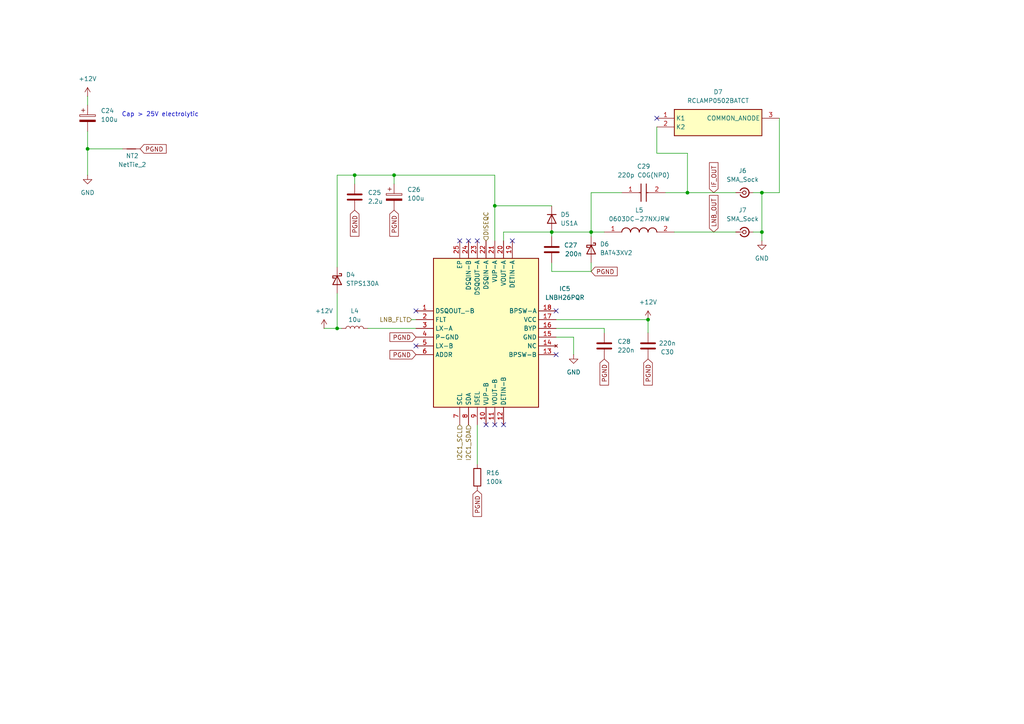
<source format=kicad_sch>
(kicad_sch
	(version 20250114)
	(generator "eeschema")
	(generator_version "9.0")
	(uuid "35df03f1-f8e9-43ff-8e74-ab19b2a98ebf")
	(paper "A4")
	(title_block
		(title "DiSEqc Motor Control")
		(company "M0DMF ")
	)
	(lib_symbols
		(symbol "diseqc_cntrl:+12V"
			(power)
			(pin_numbers
				(hide yes)
			)
			(pin_names
				(offset 0)
				(hide yes)
			)
			(exclude_from_sim no)
			(in_bom yes)
			(on_board yes)
			(property "Reference" "#PWR"
				(at 0 -3.81 0)
				(effects
					(font
						(size 1.27 1.27)
					)
					(hide yes)
				)
			)
			(property "Value" "+12V"
				(at 0 3.556 0)
				(effects
					(font
						(size 1.27 1.27)
					)
				)
			)
			(property "Footprint" ""
				(at 0 0 0)
				(effects
					(font
						(size 1.27 1.27)
					)
					(hide yes)
				)
			)
			(property "Datasheet" ""
				(at 0 0 0)
				(effects
					(font
						(size 1.27 1.27)
					)
					(hide yes)
				)
			)
			(property "Description" "Power symbol creates a global label with name \"+12V\""
				(at 0 0 0)
				(effects
					(font
						(size 1.27 1.27)
					)
					(hide yes)
				)
			)
			(property "ki_keywords" "global power"
				(at 0 0 0)
				(effects
					(font
						(size 1.27 1.27)
					)
					(hide yes)
				)
			)
			(symbol "+12V_0_1"
				(polyline
					(pts
						(xy -0.762 1.27) (xy 0 2.54)
					)
					(stroke
						(width 0)
						(type default)
					)
					(fill
						(type none)
					)
				)
				(polyline
					(pts
						(xy 0 2.54) (xy 0.762 1.27)
					)
					(stroke
						(width 0)
						(type default)
					)
					(fill
						(type none)
					)
				)
				(polyline
					(pts
						(xy 0 0) (xy 0 2.54)
					)
					(stroke
						(width 0)
						(type default)
					)
					(fill
						(type none)
					)
				)
			)
			(symbol "+12V_1_1"
				(pin power_in line
					(at 0 0 90)
					(length 0)
					(name "~"
						(effects
							(font
								(size 1.27 1.27)
							)
						)
					)
					(number "1"
						(effects
							(font
								(size 1.27 1.27)
							)
						)
					)
				)
			)
			(embedded_fonts no)
		)
		(symbol "diseqc_cntrl:0603DC-27NXJRW"
			(pin_names
				(hide yes)
			)
			(exclude_from_sim no)
			(in_bom yes)
			(on_board yes)
			(property "Reference" "L"
				(at 16.51 6.35 0)
				(effects
					(font
						(size 1.27 1.27)
					)
					(justify left top)
				)
			)
			(property "Value" "0603DC-27NXJRW"
				(at 16.51 3.81 0)
				(effects
					(font
						(size 1.27 1.27)
					)
					(justify left top)
				)
			)
			(property "Footprint" "0603DC27NXJRW"
				(at 16.51 -96.19 0)
				(effects
					(font
						(size 1.27 1.27)
					)
					(justify left top)
					(hide yes)
				)
			)
			(property "Datasheet" "https://www.coilcraft.com/getmedia/f3d98f97-cbe2-41fa-b3a9-518f674e881e/0603dc.pdf"
				(at 16.51 -196.19 0)
				(effects
					(font
						(size 1.27 1.27)
					)
					(justify left top)
					(hide yes)
				)
			)
			(property "Description" "RF Inductors - SMD 0603 27nH 830mA 5% DCR=.116OhmsAEC-Q200"
				(at 0 0 0)
				(effects
					(font
						(size 1.27 1.27)
					)
					(hide yes)
				)
			)
			(property "Height" "0.89"
				(at 16.51 -396.19 0)
				(effects
					(font
						(size 1.27 1.27)
					)
					(justify left top)
					(hide yes)
				)
			)
			(property "Mouser Part Number" "994-0603DC-27NXJRW"
				(at 16.51 -496.19 0)
				(effects
					(font
						(size 1.27 1.27)
					)
					(justify left top)
					(hide yes)
				)
			)
			(property "Mouser Price/Stock" "https://www.mouser.co.uk/ProductDetail/Coilcraft/0603DC-27NXJRW?qs=KUoIvG%2F9IlbbAJ39XG5E5g%3D%3D"
				(at 16.51 -596.19 0)
				(effects
					(font
						(size 1.27 1.27)
					)
					(justify left top)
					(hide yes)
				)
			)
			(property "Manufacturer_Name" "COILCRAFT"
				(at 16.51 -696.19 0)
				(effects
					(font
						(size 1.27 1.27)
					)
					(justify left top)
					(hide yes)
				)
			)
			(property "Manufacturer_Part_Number" "0603DC-27NXJRW"
				(at 16.51 -796.19 0)
				(effects
					(font
						(size 1.27 1.27)
					)
					(justify left top)
					(hide yes)
				)
			)
			(symbol "0603DC-27NXJRW_1_1"
				(arc
					(start 5.08 0)
					(mid 6.35 1.219)
					(end 7.62 0)
					(stroke
						(width 0.254)
						(type default)
					)
					(fill
						(type none)
					)
				)
				(arc
					(start 7.62 0)
					(mid 8.89 1.219)
					(end 10.16 0)
					(stroke
						(width 0.254)
						(type default)
					)
					(fill
						(type none)
					)
				)
				(arc
					(start 10.16 0)
					(mid 11.43 1.219)
					(end 12.7 0)
					(stroke
						(width 0.254)
						(type default)
					)
					(fill
						(type none)
					)
				)
				(arc
					(start 12.7 0)
					(mid 13.97 1.219)
					(end 15.24 0)
					(stroke
						(width 0.254)
						(type default)
					)
					(fill
						(type none)
					)
				)
				(pin passive line
					(at 0 0 0)
					(length 5.08)
					(name "1"
						(effects
							(font
								(size 1.27 1.27)
							)
						)
					)
					(number "1"
						(effects
							(font
								(size 1.27 1.27)
							)
						)
					)
				)
				(pin passive line
					(at 20.32 0 180)
					(length 5.08)
					(name "2"
						(effects
							(font
								(size 1.27 1.27)
							)
						)
					)
					(number "2"
						(effects
							(font
								(size 1.27 1.27)
							)
						)
					)
				)
			)
			(embedded_fonts no)
		)
		(symbol "diseqc_cntrl:BAT43"
			(pin_numbers
				(hide yes)
			)
			(pin_names
				(offset 1.016)
				(hide yes)
			)
			(exclude_from_sim no)
			(in_bom yes)
			(on_board yes)
			(property "Reference" "D"
				(at 0 2.54 0)
				(effects
					(font
						(size 1.27 1.27)
					)
				)
			)
			(property "Value" "BAT43"
				(at 0 -2.54 0)
				(effects
					(font
						(size 1.27 1.27)
					)
				)
			)
			(property "Footprint" "Diode_THT:D_DO-35_SOD27_P7.62mm_Horizontal"
				(at 0 -4.445 0)
				(effects
					(font
						(size 1.27 1.27)
					)
					(hide yes)
				)
			)
			(property "Datasheet" "http://www.vishay.com/docs/85660/bat42.pdf"
				(at 0 0 0)
				(effects
					(font
						(size 1.27 1.27)
					)
					(hide yes)
				)
			)
			(property "Description" "30V 0.2A Small Signal Schottky Diode, DO-35"
				(at 0 0 0)
				(effects
					(font
						(size 1.27 1.27)
					)
					(hide yes)
				)
			)
			(property "ki_keywords" "diode Schottky"
				(at 0 0 0)
				(effects
					(font
						(size 1.27 1.27)
					)
					(hide yes)
				)
			)
			(property "ki_fp_filters" "D*DO?35*"
				(at 0 0 0)
				(effects
					(font
						(size 1.27 1.27)
					)
					(hide yes)
				)
			)
			(symbol "BAT43_0_1"
				(polyline
					(pts
						(xy -1.905 0.635) (xy -1.905 1.27) (xy -1.27 1.27) (xy -1.27 -1.27) (xy -0.635 -1.27) (xy -0.635 -0.635)
					)
					(stroke
						(width 0.254)
						(type default)
					)
					(fill
						(type none)
					)
				)
				(polyline
					(pts
						(xy 1.27 1.27) (xy 1.27 -1.27) (xy -1.27 0) (xy 1.27 1.27)
					)
					(stroke
						(width 0.254)
						(type default)
					)
					(fill
						(type none)
					)
				)
				(polyline
					(pts
						(xy 1.27 0) (xy -1.27 0)
					)
					(stroke
						(width 0)
						(type default)
					)
					(fill
						(type none)
					)
				)
			)
			(symbol "BAT43_1_1"
				(pin passive line
					(at -3.81 0 0)
					(length 2.54)
					(name "K"
						(effects
							(font
								(size 1.27 1.27)
							)
						)
					)
					(number "1"
						(effects
							(font
								(size 1.27 1.27)
							)
						)
					)
				)
				(pin passive line
					(at 3.81 0 180)
					(length 2.54)
					(name "A"
						(effects
							(font
								(size 1.27 1.27)
							)
						)
					)
					(number "2"
						(effects
							(font
								(size 1.27 1.27)
							)
						)
					)
				)
			)
			(embedded_fonts no)
		)
		(symbol "diseqc_cntrl:C"
			(pin_numbers
				(hide yes)
			)
			(pin_names
				(offset 0.254)
			)
			(exclude_from_sim no)
			(in_bom yes)
			(on_board yes)
			(property "Reference" "C"
				(at 0.635 2.54 0)
				(effects
					(font
						(size 1.27 1.27)
					)
					(justify left)
				)
			)
			(property "Value" "C"
				(at 0.635 -2.54 0)
				(effects
					(font
						(size 1.27 1.27)
					)
					(justify left)
				)
			)
			(property "Footprint" ""
				(at 0.9652 -3.81 0)
				(effects
					(font
						(size 1.27 1.27)
					)
					(hide yes)
				)
			)
			(property "Datasheet" "~"
				(at 0 0 0)
				(effects
					(font
						(size 1.27 1.27)
					)
					(hide yes)
				)
			)
			(property "Description" "Unpolarized capacitor"
				(at 0 0 0)
				(effects
					(font
						(size 1.27 1.27)
					)
					(hide yes)
				)
			)
			(property "ki_keywords" "cap capacitor"
				(at 0 0 0)
				(effects
					(font
						(size 1.27 1.27)
					)
					(hide yes)
				)
			)
			(property "ki_fp_filters" "C_*"
				(at 0 0 0)
				(effects
					(font
						(size 1.27 1.27)
					)
					(hide yes)
				)
			)
			(symbol "C_0_1"
				(polyline
					(pts
						(xy -2.032 0.762) (xy 2.032 0.762)
					)
					(stroke
						(width 0.508)
						(type default)
					)
					(fill
						(type none)
					)
				)
				(polyline
					(pts
						(xy -2.032 -0.762) (xy 2.032 -0.762)
					)
					(stroke
						(width 0.508)
						(type default)
					)
					(fill
						(type none)
					)
				)
			)
			(symbol "C_1_1"
				(pin passive line
					(at 0 3.81 270)
					(length 2.794)
					(name "~"
						(effects
							(font
								(size 1.27 1.27)
							)
						)
					)
					(number "1"
						(effects
							(font
								(size 1.27 1.27)
							)
						)
					)
				)
				(pin passive line
					(at 0 -3.81 90)
					(length 2.794)
					(name "~"
						(effects
							(font
								(size 1.27 1.27)
							)
						)
					)
					(number "2"
						(effects
							(font
								(size 1.27 1.27)
							)
						)
					)
				)
			)
			(embedded_fonts no)
		)
		(symbol "diseqc_cntrl:C_Polarized"
			(pin_numbers
				(hide yes)
			)
			(pin_names
				(offset 0.254)
			)
			(exclude_from_sim no)
			(in_bom yes)
			(on_board yes)
			(property "Reference" "C"
				(at 0.635 2.54 0)
				(effects
					(font
						(size 1.27 1.27)
					)
					(justify left)
				)
			)
			(property "Value" "C_Polarized"
				(at 0.635 -2.54 0)
				(effects
					(font
						(size 1.27 1.27)
					)
					(justify left)
				)
			)
			(property "Footprint" ""
				(at 0.9652 -3.81 0)
				(effects
					(font
						(size 1.27 1.27)
					)
					(hide yes)
				)
			)
			(property "Datasheet" "~"
				(at 0 0 0)
				(effects
					(font
						(size 1.27 1.27)
					)
					(hide yes)
				)
			)
			(property "Description" "Polarized capacitor"
				(at 0 0 0)
				(effects
					(font
						(size 1.27 1.27)
					)
					(hide yes)
				)
			)
			(property "ki_keywords" "cap capacitor"
				(at 0 0 0)
				(effects
					(font
						(size 1.27 1.27)
					)
					(hide yes)
				)
			)
			(property "ki_fp_filters" "CP_*"
				(at 0 0 0)
				(effects
					(font
						(size 1.27 1.27)
					)
					(hide yes)
				)
			)
			(symbol "C_Polarized_0_1"
				(rectangle
					(start -2.286 0.508)
					(end 2.286 1.016)
					(stroke
						(width 0)
						(type default)
					)
					(fill
						(type none)
					)
				)
				(polyline
					(pts
						(xy -1.778 2.286) (xy -0.762 2.286)
					)
					(stroke
						(width 0)
						(type default)
					)
					(fill
						(type none)
					)
				)
				(polyline
					(pts
						(xy -1.27 2.794) (xy -1.27 1.778)
					)
					(stroke
						(width 0)
						(type default)
					)
					(fill
						(type none)
					)
				)
				(rectangle
					(start 2.286 -0.508)
					(end -2.286 -1.016)
					(stroke
						(width 0)
						(type default)
					)
					(fill
						(type outline)
					)
				)
			)
			(symbol "C_Polarized_1_1"
				(pin passive line
					(at 0 3.81 270)
					(length 2.794)
					(name "~"
						(effects
							(font
								(size 1.27 1.27)
							)
						)
					)
					(number "1"
						(effects
							(font
								(size 1.27 1.27)
							)
						)
					)
				)
				(pin passive line
					(at 0 -3.81 90)
					(length 2.794)
					(name "~"
						(effects
							(font
								(size 1.27 1.27)
							)
						)
					)
					(number "2"
						(effects
							(font
								(size 1.27 1.27)
							)
						)
					)
				)
			)
			(embedded_fonts no)
		)
		(symbol "diseqc_cntrl:Conn_Coaxial_Small"
			(pin_numbers
				(hide yes)
			)
			(pin_names
				(offset 1.016)
				(hide yes)
			)
			(exclude_from_sim no)
			(in_bom yes)
			(on_board yes)
			(property "Reference" "J"
				(at 0.254 3.048 0)
				(effects
					(font
						(size 1.27 1.27)
					)
				)
			)
			(property "Value" "Conn_Coaxial_Small"
				(at 0 -3.81 0)
				(effects
					(font
						(size 1.27 1.27)
					)
				)
			)
			(property "Footprint" ""
				(at 0 0 0)
				(effects
					(font
						(size 1.27 1.27)
					)
					(hide yes)
				)
			)
			(property "Datasheet" "~"
				(at 0 0 0)
				(effects
					(font
						(size 1.27 1.27)
					)
					(hide yes)
				)
			)
			(property "Description" "small coaxial connector (BNC, SMA, SMB, SMC, Cinch/RCA, LEMO, ...)"
				(at 0 0 0)
				(effects
					(font
						(size 1.27 1.27)
					)
					(hide yes)
				)
			)
			(property "ki_keywords" "BNC SMA SMB SMC LEMO coaxial connector CINCH RCA MCX MMCX U.FL UMRF"
				(at 0 0 0)
				(effects
					(font
						(size 1.27 1.27)
					)
					(hide yes)
				)
			)
			(property "ki_fp_filters" "*BNC* *SMA* *SMB* *SMC* *Cinch* *LEMO* *UMRF* *MCX* *U.FL*"
				(at 0 0 0)
				(effects
					(font
						(size 1.27 1.27)
					)
					(hide yes)
				)
			)
			(symbol "Conn_Coaxial_Small_0_1"
				(polyline
					(pts
						(xy -2.54 0) (xy -0.508 0)
					)
					(stroke
						(width 0)
						(type default)
					)
					(fill
						(type none)
					)
				)
				(circle
					(center 0 0)
					(radius 0.508)
					(stroke
						(width 0.2032)
						(type default)
					)
					(fill
						(type none)
					)
				)
			)
			(symbol "Conn_Coaxial_Small_1_1"
				(arc
					(start 1.3484 0.0039)
					(mid 0.327 -1.308)
					(end -1.1916 -0.6311)
					(stroke
						(width 0.3048)
						(type default)
					)
					(fill
						(type none)
					)
				)
				(arc
					(start -1.1916 0.6311)
					(mid 0.327 1.3081)
					(end 1.3484 -0.0039)
					(stroke
						(width 0.3048)
						(type default)
					)
					(fill
						(type none)
					)
				)
				(pin passive line
					(at -2.54 0 0)
					(length 1.27)
					(name "In"
						(effects
							(font
								(size 1.27 1.27)
							)
						)
					)
					(number "1"
						(effects
							(font
								(size 1.27 1.27)
							)
						)
					)
				)
				(pin passive line
					(at 2.54 0 180)
					(length 1.27)
					(name "Ext"
						(effects
							(font
								(size 1.27 1.27)
							)
						)
					)
					(number "2"
						(effects
							(font
								(size 1.27 1.27)
							)
						)
					)
				)
			)
			(embedded_fonts no)
		)
		(symbol "diseqc_cntrl:D_Schottky"
			(pin_numbers
				(hide yes)
			)
			(pin_names
				(offset 1.016)
				(hide yes)
			)
			(exclude_from_sim no)
			(in_bom yes)
			(on_board yes)
			(property "Reference" "D"
				(at 0 2.54 0)
				(effects
					(font
						(size 1.27 1.27)
					)
				)
			)
			(property "Value" "D_Schottky"
				(at 0 -2.54 0)
				(effects
					(font
						(size 1.27 1.27)
					)
				)
			)
			(property "Footprint" ""
				(at 0 0 0)
				(effects
					(font
						(size 1.27 1.27)
					)
					(hide yes)
				)
			)
			(property "Datasheet" "~"
				(at 0 0 0)
				(effects
					(font
						(size 1.27 1.27)
					)
					(hide yes)
				)
			)
			(property "Description" "Schottky diode"
				(at 0 0 0)
				(effects
					(font
						(size 1.27 1.27)
					)
					(hide yes)
				)
			)
			(property "ki_keywords" "diode Schottky"
				(at 0 0 0)
				(effects
					(font
						(size 1.27 1.27)
					)
					(hide yes)
				)
			)
			(property "ki_fp_filters" "TO-???* *_Diode_* *SingleDiode* D_*"
				(at 0 0 0)
				(effects
					(font
						(size 1.27 1.27)
					)
					(hide yes)
				)
			)
			(symbol "D_Schottky_0_1"
				(polyline
					(pts
						(xy -1.905 0.635) (xy -1.905 1.27) (xy -1.27 1.27) (xy -1.27 -1.27) (xy -0.635 -1.27) (xy -0.635 -0.635)
					)
					(stroke
						(width 0.254)
						(type default)
					)
					(fill
						(type none)
					)
				)
				(polyline
					(pts
						(xy 1.27 1.27) (xy 1.27 -1.27) (xy -1.27 0) (xy 1.27 1.27)
					)
					(stroke
						(width 0.254)
						(type default)
					)
					(fill
						(type none)
					)
				)
				(polyline
					(pts
						(xy 1.27 0) (xy -1.27 0)
					)
					(stroke
						(width 0)
						(type default)
					)
					(fill
						(type none)
					)
				)
			)
			(symbol "D_Schottky_1_1"
				(pin passive line
					(at -3.81 0 0)
					(length 2.54)
					(name "K"
						(effects
							(font
								(size 1.27 1.27)
							)
						)
					)
					(number "1"
						(effects
							(font
								(size 1.27 1.27)
							)
						)
					)
				)
				(pin passive line
					(at 3.81 0 180)
					(length 2.54)
					(name "A"
						(effects
							(font
								(size 1.27 1.27)
							)
						)
					)
					(number "2"
						(effects
							(font
								(size 1.27 1.27)
							)
						)
					)
				)
			)
			(embedded_fonts no)
		)
		(symbol "diseqc_cntrl:GND"
			(power)
			(pin_numbers
				(hide yes)
			)
			(pin_names
				(offset 0)
				(hide yes)
			)
			(exclude_from_sim no)
			(in_bom yes)
			(on_board yes)
			(property "Reference" "#PWR"
				(at 0 -6.35 0)
				(effects
					(font
						(size 1.27 1.27)
					)
					(hide yes)
				)
			)
			(property "Value" "GND"
				(at 0 -3.81 0)
				(effects
					(font
						(size 1.27 1.27)
					)
				)
			)
			(property "Footprint" ""
				(at 0 0 0)
				(effects
					(font
						(size 1.27 1.27)
					)
					(hide yes)
				)
			)
			(property "Datasheet" ""
				(at 0 0 0)
				(effects
					(font
						(size 1.27 1.27)
					)
					(hide yes)
				)
			)
			(property "Description" "Power symbol creates a global label with name \"GND\" , ground"
				(at 0 0 0)
				(effects
					(font
						(size 1.27 1.27)
					)
					(hide yes)
				)
			)
			(property "ki_keywords" "global power"
				(at 0 0 0)
				(effects
					(font
						(size 1.27 1.27)
					)
					(hide yes)
				)
			)
			(symbol "GND_0_1"
				(polyline
					(pts
						(xy 0 0) (xy 0 -1.27) (xy 1.27 -1.27) (xy 0 -2.54) (xy -1.27 -1.27) (xy 0 -1.27)
					)
					(stroke
						(width 0)
						(type default)
					)
					(fill
						(type none)
					)
				)
			)
			(symbol "GND_1_1"
				(pin power_in line
					(at 0 0 270)
					(length 0)
					(name "~"
						(effects
							(font
								(size 1.27 1.27)
							)
						)
					)
					(number "1"
						(effects
							(font
								(size 1.27 1.27)
							)
						)
					)
				)
			)
			(embedded_fonts no)
		)
		(symbol "diseqc_cntrl:GRM1885C2A221JA01D"
			(pin_names
				(hide yes)
			)
			(exclude_from_sim no)
			(in_bom yes)
			(on_board yes)
			(property "Reference" "C"
				(at 8.89 6.35 0)
				(effects
					(font
						(size 1.27 1.27)
					)
					(justify left top)
				)
			)
			(property "Value" "GRM1885C2A221JA01D"
				(at 8.89 3.81 0)
				(effects
					(font
						(size 1.27 1.27)
					)
					(justify left top)
				)
			)
			(property "Footprint" "CAPC1608X90N"
				(at 8.89 -96.19 0)
				(effects
					(font
						(size 1.27 1.27)
					)
					(justify left top)
					(hide yes)
				)
			)
			(property "Datasheet" "https://componentsearchengine.com/Datasheets/1/GRM1885C2A221JA01D.pdf"
				(at 8.89 -196.19 0)
				(effects
					(font
						(size 1.27 1.27)
					)
					(justify left top)
					(hide yes)
				)
			)
			(property "Description" "Murata 0603 GRM 220pF Ceramic Multilayer Capacitor, 100 V dc, +125C, C0G Dielectric, +/-5%"
				(at 0 0 0)
				(effects
					(font
						(size 1.27 1.27)
					)
					(hide yes)
				)
			)
			(property "Height" "0.9"
				(at 8.89 -396.19 0)
				(effects
					(font
						(size 1.27 1.27)
					)
					(justify left top)
					(hide yes)
				)
			)
			(property "Mouser Part Number" "81-GRM185C2A221JA01D"
				(at 8.89 -496.19 0)
				(effects
					(font
						(size 1.27 1.27)
					)
					(justify left top)
					(hide yes)
				)
			)
			(property "Mouser Price/Stock" "http://www.mouser.com/Search/ProductDetail.aspx?qs=JTiRGPxRAe0hEoOUApikOg%3d%3d"
				(at 8.89 -596.19 0)
				(effects
					(font
						(size 1.27 1.27)
					)
					(justify left top)
					(hide yes)
				)
			)
			(property "Manufacturer_Name" "Murata Electronics"
				(at 8.89 -696.19 0)
				(effects
					(font
						(size 1.27 1.27)
					)
					(justify left top)
					(hide yes)
				)
			)
			(property "Manufacturer_Part_Number" "GRM1885C2A221JA01D"
				(at 8.89 -796.19 0)
				(effects
					(font
						(size 1.27 1.27)
					)
					(justify left top)
					(hide yes)
				)
			)
			(symbol "GRM1885C2A221JA01D_1_1"
				(polyline
					(pts
						(xy 5.08 0) (xy 5.588 0)
					)
					(stroke
						(width 0.254)
						(type default)
					)
					(fill
						(type none)
					)
				)
				(polyline
					(pts
						(xy 5.588 2.54) (xy 5.588 -2.54)
					)
					(stroke
						(width 0.254)
						(type default)
					)
					(fill
						(type none)
					)
				)
				(polyline
					(pts
						(xy 7.112 2.54) (xy 7.112 -2.54)
					)
					(stroke
						(width 0.254)
						(type default)
					)
					(fill
						(type none)
					)
				)
				(polyline
					(pts
						(xy 7.112 0) (xy 7.62 0)
					)
					(stroke
						(width 0.254)
						(type default)
					)
					(fill
						(type none)
					)
				)
				(pin passive line
					(at 0 0 0)
					(length 5.08)
					(name "1"
						(effects
							(font
								(size 1.27 1.27)
							)
						)
					)
					(number "1"
						(effects
							(font
								(size 1.27 1.27)
							)
						)
					)
				)
				(pin passive line
					(at 12.7 0 180)
					(length 5.08)
					(name "2"
						(effects
							(font
								(size 1.27 1.27)
							)
						)
					)
					(number "2"
						(effects
							(font
								(size 1.27 1.27)
							)
						)
					)
				)
			)
			(embedded_fonts no)
		)
		(symbol "diseqc_cntrl:L"
			(pin_numbers
				(hide yes)
			)
			(pin_names
				(offset 1.016)
				(hide yes)
			)
			(exclude_from_sim no)
			(in_bom yes)
			(on_board yes)
			(property "Reference" "L"
				(at -1.27 0 90)
				(effects
					(font
						(size 1.27 1.27)
					)
				)
			)
			(property "Value" "L"
				(at 1.905 0 90)
				(effects
					(font
						(size 1.27 1.27)
					)
				)
			)
			(property "Footprint" ""
				(at 0 0 0)
				(effects
					(font
						(size 1.27 1.27)
					)
					(hide yes)
				)
			)
			(property "Datasheet" "~"
				(at 0 0 0)
				(effects
					(font
						(size 1.27 1.27)
					)
					(hide yes)
				)
			)
			(property "Description" "Inductor"
				(at 0 0 0)
				(effects
					(font
						(size 1.27 1.27)
					)
					(hide yes)
				)
			)
			(property "ki_keywords" "inductor choke coil reactor magnetic"
				(at 0 0 0)
				(effects
					(font
						(size 1.27 1.27)
					)
					(hide yes)
				)
			)
			(property "ki_fp_filters" "Choke_* *Coil* Inductor_* L_*"
				(at 0 0 0)
				(effects
					(font
						(size 1.27 1.27)
					)
					(hide yes)
				)
			)
			(symbol "L_0_1"
				(arc
					(start 0 2.54)
					(mid 0.6323 1.905)
					(end 0 1.27)
					(stroke
						(width 0)
						(type default)
					)
					(fill
						(type none)
					)
				)
				(arc
					(start 0 1.27)
					(mid 0.6323 0.635)
					(end 0 0)
					(stroke
						(width 0)
						(type default)
					)
					(fill
						(type none)
					)
				)
				(arc
					(start 0 0)
					(mid 0.6323 -0.635)
					(end 0 -1.27)
					(stroke
						(width 0)
						(type default)
					)
					(fill
						(type none)
					)
				)
				(arc
					(start 0 -1.27)
					(mid 0.6323 -1.905)
					(end 0 -2.54)
					(stroke
						(width 0)
						(type default)
					)
					(fill
						(type none)
					)
				)
			)
			(symbol "L_1_1"
				(pin passive line
					(at 0 3.81 270)
					(length 1.27)
					(name "1"
						(effects
							(font
								(size 1.27 1.27)
							)
						)
					)
					(number "1"
						(effects
							(font
								(size 1.27 1.27)
							)
						)
					)
				)
				(pin passive line
					(at 0 -3.81 90)
					(length 1.27)
					(name "2"
						(effects
							(font
								(size 1.27 1.27)
							)
						)
					)
					(number "2"
						(effects
							(font
								(size 1.27 1.27)
							)
						)
					)
				)
			)
			(embedded_fonts no)
		)
		(symbol "diseqc_cntrl:LNBH26PQR"
			(exclude_from_sim no)
			(in_bom yes)
			(on_board yes)
			(property "Reference" "IC"
				(at 36.83 20.32 0)
				(effects
					(font
						(size 1.27 1.27)
					)
					(justify left top)
				)
			)
			(property "Value" "LNBH26PQR"
				(at 36.83 17.78 0)
				(effects
					(font
						(size 1.27 1.27)
					)
					(justify left top)
				)
			)
			(property "Footprint" "QFN50P400X400X100-25N-D"
				(at 36.83 -82.22 0)
				(effects
					(font
						(size 1.27 1.27)
					)
					(justify left top)
					(hide yes)
				)
			)
			(property "Datasheet" "https://www.st.com/resource/en/datasheet/lnbh26.pdf"
				(at 36.83 -182.22 0)
				(effects
					(font
						(size 1.27 1.27)
					)
					(justify left top)
					(hide yes)
				)
			)
			(property "Description" "Dual LNB supply and control IC with step-up and I&#178;C interface"
				(at 0 0 0)
				(effects
					(font
						(size 1.27 1.27)
					)
					(hide yes)
				)
			)
			(property "Height" "1"
				(at 36.83 -382.22 0)
				(effects
					(font
						(size 1.27 1.27)
					)
					(justify left top)
					(hide yes)
				)
			)
			(property "Manufacturer_Name" "STMicroelectronics"
				(at 36.83 -482.22 0)
				(effects
					(font
						(size 1.27 1.27)
					)
					(justify left top)
					(hide yes)
				)
			)
			(property "Manufacturer_Part_Number" "LNBH26PQR"
				(at 36.83 -582.22 0)
				(effects
					(font
						(size 1.27 1.27)
					)
					(justify left top)
					(hide yes)
				)
			)
			(property "Mouser Part Number" "511-LNBH26PQR"
				(at 36.83 -682.22 0)
				(effects
					(font
						(size 1.27 1.27)
					)
					(justify left top)
					(hide yes)
				)
			)
			(property "Mouser Price/Stock" "https://www.mouser.co.uk/ProductDetail/STMicroelectronics/LNBH26PQR?qs=aA7MvVR8Lz84HTM8gEw8IQ%3D%3D"
				(at 36.83 -782.22 0)
				(effects
					(font
						(size 1.27 1.27)
					)
					(justify left top)
					(hide yes)
				)
			)
			(property "Arrow Part Number" ""
				(at 36.83 -882.22 0)
				(effects
					(font
						(size 1.27 1.27)
					)
					(justify left top)
					(hide yes)
				)
			)
			(property "Arrow Price/Stock" ""
				(at 36.83 -982.22 0)
				(effects
					(font
						(size 1.27 1.27)
					)
					(justify left top)
					(hide yes)
				)
			)
			(symbol "LNBH26PQR_1_1"
				(rectangle
					(start 5.08 15.24)
					(end 35.56 -27.94)
					(stroke
						(width 0.254)
						(type default)
					)
					(fill
						(type background)
					)
				)
				(pin passive line
					(at 0 0 0)
					(length 5.08)
					(name "DSQOUT_-B"
						(effects
							(font
								(size 1.27 1.27)
							)
						)
					)
					(number "1"
						(effects
							(font
								(size 1.27 1.27)
							)
						)
					)
				)
				(pin passive line
					(at 0 -2.54 0)
					(length 5.08)
					(name "FLT"
						(effects
							(font
								(size 1.27 1.27)
							)
						)
					)
					(number "2"
						(effects
							(font
								(size 1.27 1.27)
							)
						)
					)
				)
				(pin passive line
					(at 0 -5.08 0)
					(length 5.08)
					(name "LX-A"
						(effects
							(font
								(size 1.27 1.27)
							)
						)
					)
					(number "3"
						(effects
							(font
								(size 1.27 1.27)
							)
						)
					)
				)
				(pin passive line
					(at 0 -7.62 0)
					(length 5.08)
					(name "P-GND"
						(effects
							(font
								(size 1.27 1.27)
							)
						)
					)
					(number "4"
						(effects
							(font
								(size 1.27 1.27)
							)
						)
					)
				)
				(pin passive line
					(at 0 -10.16 0)
					(length 5.08)
					(name "LX-B"
						(effects
							(font
								(size 1.27 1.27)
							)
						)
					)
					(number "5"
						(effects
							(font
								(size 1.27 1.27)
							)
						)
					)
				)
				(pin passive line
					(at 0 -12.7 0)
					(length 5.08)
					(name "ADDR"
						(effects
							(font
								(size 1.27 1.27)
							)
						)
					)
					(number "6"
						(effects
							(font
								(size 1.27 1.27)
							)
						)
					)
				)
				(pin passive line
					(at 12.7 20.32 270)
					(length 5.08)
					(name "EP"
						(effects
							(font
								(size 1.27 1.27)
							)
						)
					)
					(number "25"
						(effects
							(font
								(size 1.27 1.27)
							)
						)
					)
				)
				(pin passive line
					(at 12.7 -33.02 90)
					(length 5.08)
					(name "SCL"
						(effects
							(font
								(size 1.27 1.27)
							)
						)
					)
					(number "7"
						(effects
							(font
								(size 1.27 1.27)
							)
						)
					)
				)
				(pin passive line
					(at 15.24 20.32 270)
					(length 5.08)
					(name "DSQIN-B"
						(effects
							(font
								(size 1.27 1.27)
							)
						)
					)
					(number "24"
						(effects
							(font
								(size 1.27 1.27)
							)
						)
					)
				)
				(pin passive line
					(at 15.24 -33.02 90)
					(length 5.08)
					(name "SDA"
						(effects
							(font
								(size 1.27 1.27)
							)
						)
					)
					(number "8"
						(effects
							(font
								(size 1.27 1.27)
							)
						)
					)
				)
				(pin passive line
					(at 17.78 20.32 270)
					(length 5.08)
					(name "DSQOUT-A"
						(effects
							(font
								(size 1.27 1.27)
							)
						)
					)
					(number "23"
						(effects
							(font
								(size 1.27 1.27)
							)
						)
					)
				)
				(pin passive line
					(at 17.78 -33.02 90)
					(length 5.08)
					(name "ISEL"
						(effects
							(font
								(size 1.27 1.27)
							)
						)
					)
					(number "9"
						(effects
							(font
								(size 1.27 1.27)
							)
						)
					)
				)
				(pin passive line
					(at 20.32 20.32 270)
					(length 5.08)
					(name "DSQIN-A"
						(effects
							(font
								(size 1.27 1.27)
							)
						)
					)
					(number "22"
						(effects
							(font
								(size 1.27 1.27)
							)
						)
					)
				)
				(pin passive line
					(at 20.32 -33.02 90)
					(length 5.08)
					(name "VUP-B"
						(effects
							(font
								(size 1.27 1.27)
							)
						)
					)
					(number "10"
						(effects
							(font
								(size 1.27 1.27)
							)
						)
					)
				)
				(pin passive line
					(at 22.86 20.32 270)
					(length 5.08)
					(name "VUP-A"
						(effects
							(font
								(size 1.27 1.27)
							)
						)
					)
					(number "21"
						(effects
							(font
								(size 1.27 1.27)
							)
						)
					)
				)
				(pin passive line
					(at 22.86 -33.02 90)
					(length 5.08)
					(name "VOUT-B"
						(effects
							(font
								(size 1.27 1.27)
							)
						)
					)
					(number "11"
						(effects
							(font
								(size 1.27 1.27)
							)
						)
					)
				)
				(pin passive line
					(at 25.4 20.32 270)
					(length 5.08)
					(name "VOUT-A"
						(effects
							(font
								(size 1.27 1.27)
							)
						)
					)
					(number "20"
						(effects
							(font
								(size 1.27 1.27)
							)
						)
					)
				)
				(pin passive line
					(at 25.4 -33.02 90)
					(length 5.08)
					(name "DETIN-B"
						(effects
							(font
								(size 1.27 1.27)
							)
						)
					)
					(number "12"
						(effects
							(font
								(size 1.27 1.27)
							)
						)
					)
				)
				(pin passive line
					(at 27.94 20.32 270)
					(length 5.08)
					(name "DETIN-A"
						(effects
							(font
								(size 1.27 1.27)
							)
						)
					)
					(number "19"
						(effects
							(font
								(size 1.27 1.27)
							)
						)
					)
				)
				(pin passive line
					(at 40.64 0 180)
					(length 5.08)
					(name "BPSW-A"
						(effects
							(font
								(size 1.27 1.27)
							)
						)
					)
					(number "18"
						(effects
							(font
								(size 1.27 1.27)
							)
						)
					)
				)
				(pin passive line
					(at 40.64 -2.54 180)
					(length 5.08)
					(name "VCC"
						(effects
							(font
								(size 1.27 1.27)
							)
						)
					)
					(number "17"
						(effects
							(font
								(size 1.27 1.27)
							)
						)
					)
				)
				(pin passive line
					(at 40.64 -5.08 180)
					(length 5.08)
					(name "BYP"
						(effects
							(font
								(size 1.27 1.27)
							)
						)
					)
					(number "16"
						(effects
							(font
								(size 1.27 1.27)
							)
						)
					)
				)
				(pin passive line
					(at 40.64 -7.62 180)
					(length 5.08)
					(name "GND"
						(effects
							(font
								(size 1.27 1.27)
							)
						)
					)
					(number "15"
						(effects
							(font
								(size 1.27 1.27)
							)
						)
					)
				)
				(pin no_connect line
					(at 40.64 -10.16 180)
					(length 5.08)
					(name "NC"
						(effects
							(font
								(size 1.27 1.27)
							)
						)
					)
					(number "14"
						(effects
							(font
								(size 1.27 1.27)
							)
						)
					)
				)
				(pin passive line
					(at 40.64 -12.7 180)
					(length 5.08)
					(name "BPSW-B"
						(effects
							(font
								(size 1.27 1.27)
							)
						)
					)
					(number "13"
						(effects
							(font
								(size 1.27 1.27)
							)
						)
					)
				)
			)
			(embedded_fonts no)
		)
		(symbol "diseqc_cntrl:NetTie_2"
			(pin_numbers
				(hide yes)
			)
			(pin_names
				(offset 0)
				(hide yes)
			)
			(exclude_from_sim no)
			(in_bom no)
			(on_board yes)
			(property "Reference" "NT"
				(at 0 1.27 0)
				(effects
					(font
						(size 1.27 1.27)
					)
				)
			)
			(property "Value" "NetTie_2"
				(at 0 -1.27 0)
				(effects
					(font
						(size 1.27 1.27)
					)
				)
			)
			(property "Footprint" ""
				(at 0 0 0)
				(effects
					(font
						(size 1.27 1.27)
					)
					(hide yes)
				)
			)
			(property "Datasheet" "~"
				(at 0 0 0)
				(effects
					(font
						(size 1.27 1.27)
					)
					(hide yes)
				)
			)
			(property "Description" "Net tie, 2 pins"
				(at 0 0 0)
				(effects
					(font
						(size 1.27 1.27)
					)
					(hide yes)
				)
			)
			(property "ki_keywords" "net tie short"
				(at 0 0 0)
				(effects
					(font
						(size 1.27 1.27)
					)
					(hide yes)
				)
			)
			(property "ki_fp_filters" "Net*Tie*"
				(at 0 0 0)
				(effects
					(font
						(size 1.27 1.27)
					)
					(hide yes)
				)
			)
			(symbol "NetTie_2_0_1"
				(polyline
					(pts
						(xy -1.27 0) (xy 1.27 0)
					)
					(stroke
						(width 0.254)
						(type default)
					)
					(fill
						(type none)
					)
				)
			)
			(symbol "NetTie_2_1_1"
				(pin passive line
					(at -2.54 0 0)
					(length 2.54)
					(name "1"
						(effects
							(font
								(size 1.27 1.27)
							)
						)
					)
					(number "1"
						(effects
							(font
								(size 1.27 1.27)
							)
						)
					)
				)
				(pin passive line
					(at 2.54 0 180)
					(length 2.54)
					(name "2"
						(effects
							(font
								(size 1.27 1.27)
							)
						)
					)
					(number "2"
						(effects
							(font
								(size 1.27 1.27)
							)
						)
					)
				)
			)
			(embedded_fonts no)
		)
		(symbol "diseqc_cntrl:R"
			(pin_numbers
				(hide yes)
			)
			(pin_names
				(offset 0)
			)
			(exclude_from_sim no)
			(in_bom yes)
			(on_board yes)
			(property "Reference" "R"
				(at 2.032 0 90)
				(effects
					(font
						(size 1.27 1.27)
					)
				)
			)
			(property "Value" "R"
				(at 0 0 90)
				(effects
					(font
						(size 1.27 1.27)
					)
				)
			)
			(property "Footprint" ""
				(at -1.778 0 90)
				(effects
					(font
						(size 1.27 1.27)
					)
					(hide yes)
				)
			)
			(property "Datasheet" "~"
				(at 0 0 0)
				(effects
					(font
						(size 1.27 1.27)
					)
					(hide yes)
				)
			)
			(property "Description" "Resistor"
				(at 0 0 0)
				(effects
					(font
						(size 1.27 1.27)
					)
					(hide yes)
				)
			)
			(property "ki_keywords" "R res resistor"
				(at 0 0 0)
				(effects
					(font
						(size 1.27 1.27)
					)
					(hide yes)
				)
			)
			(property "ki_fp_filters" "R_*"
				(at 0 0 0)
				(effects
					(font
						(size 1.27 1.27)
					)
					(hide yes)
				)
			)
			(symbol "R_0_1"
				(rectangle
					(start -1.016 -2.54)
					(end 1.016 2.54)
					(stroke
						(width 0.254)
						(type default)
					)
					(fill
						(type none)
					)
				)
			)
			(symbol "R_1_1"
				(pin passive line
					(at 0 3.81 270)
					(length 1.27)
					(name "~"
						(effects
							(font
								(size 1.27 1.27)
							)
						)
					)
					(number "1"
						(effects
							(font
								(size 1.27 1.27)
							)
						)
					)
				)
				(pin passive line
					(at 0 -3.81 90)
					(length 1.27)
					(name "~"
						(effects
							(font
								(size 1.27 1.27)
							)
						)
					)
					(number "2"
						(effects
							(font
								(size 1.27 1.27)
							)
						)
					)
				)
			)
			(embedded_fonts no)
		)
		(symbol "diseqc_cntrl:RCLAMP0502BATCT"
			(exclude_from_sim no)
			(in_bom yes)
			(on_board yes)
			(property "Reference" "D"
				(at 31.75 7.62 0)
				(effects
					(font
						(size 1.27 1.27)
					)
					(justify left top)
				)
			)
			(property "Value" "RCLAMP0502BATCT"
				(at 31.75 5.08 0)
				(effects
					(font
						(size 1.27 1.27)
					)
					(justify left top)
				)
			)
			(property "Footprint" "SOT50P160X90-3N"
				(at 31.75 -94.92 0)
				(effects
					(font
						(size 1.27 1.27)
					)
					(justify left top)
					(hide yes)
				)
			)
			(property "Datasheet" "https://rs.componentsearchengine.com/Datasheets/1/RCLAMP0502BATCT.pdf"
				(at 31.75 -194.92 0)
				(effects
					(font
						(size 1.27 1.27)
					)
					(justify left top)
					(hide yes)
				)
			)
			(property "Description" "ESD Suppressors / TVS Diodes Low Capacitance ESD & CDE Protection"
				(at 0 0 0)
				(effects
					(font
						(size 1.27 1.27)
					)
					(hide yes)
				)
			)
			(property "Height" "0.9"
				(at 31.75 -394.92 0)
				(effects
					(font
						(size 1.27 1.27)
					)
					(justify left top)
					(hide yes)
				)
			)
			(property "Mouser Part Number" "947-RCLAMP0502BATCT"
				(at 31.75 -494.92 0)
				(effects
					(font
						(size 1.27 1.27)
					)
					(justify left top)
					(hide yes)
				)
			)
			(property "Mouser Price/Stock" "https://www.mouser.co.uk/ProductDetail/Semtech/RCLAMP0502BATCT?qs=rBWM4%252BvDhIc%2FZh6P%252BVApRQ%3D%3D"
				(at 31.75 -594.92 0)
				(effects
					(font
						(size 1.27 1.27)
					)
					(justify left top)
					(hide yes)
				)
			)
			(property "Manufacturer_Name" "SEMTECH"
				(at 31.75 -694.92 0)
				(effects
					(font
						(size 1.27 1.27)
					)
					(justify left top)
					(hide yes)
				)
			)
			(property "Manufacturer_Part_Number" "RCLAMP0502BATCT"
				(at 31.75 -794.92 0)
				(effects
					(font
						(size 1.27 1.27)
					)
					(justify left top)
					(hide yes)
				)
			)
			(symbol "RCLAMP0502BATCT_1_1"
				(rectangle
					(start 5.08 2.54)
					(end 30.48 -5.08)
					(stroke
						(width 0.254)
						(type default)
					)
					(fill
						(type background)
					)
				)
				(pin passive line
					(at 0 0 0)
					(length 5.08)
					(name "K1"
						(effects
							(font
								(size 1.27 1.27)
							)
						)
					)
					(number "1"
						(effects
							(font
								(size 1.27 1.27)
							)
						)
					)
				)
				(pin passive line
					(at 0 -2.54 0)
					(length 5.08)
					(name "K2"
						(effects
							(font
								(size 1.27 1.27)
							)
						)
					)
					(number "2"
						(effects
							(font
								(size 1.27 1.27)
							)
						)
					)
				)
				(pin passive line
					(at 35.56 0 180)
					(length 5.08)
					(name "COMMON_ANODE"
						(effects
							(font
								(size 1.27 1.27)
							)
						)
					)
					(number "3"
						(effects
							(font
								(size 1.27 1.27)
							)
						)
					)
				)
			)
			(embedded_fonts no)
		)
		(symbol "diseqc_cntrl:US1A"
			(pin_numbers
				(hide yes)
			)
			(pin_names
				(hide yes)
			)
			(exclude_from_sim no)
			(in_bom yes)
			(on_board yes)
			(property "Reference" "D"
				(at 0 2.54 0)
				(effects
					(font
						(size 1.27 1.27)
					)
				)
			)
			(property "Value" "US1A"
				(at 0 -2.54 0)
				(effects
					(font
						(size 1.27 1.27)
					)
				)
			)
			(property "Footprint" "Diode_SMD:D_SMA"
				(at 0 -4.445 0)
				(effects
					(font
						(size 1.27 1.27)
					)
					(hide yes)
				)
			)
			(property "Datasheet" "https://www.diodes.com/assets/Datasheets/ds16008.pdf"
				(at 0 0 0)
				(effects
					(font
						(size 1.27 1.27)
					)
					(hide yes)
				)
			)
			(property "Description" "50V, 1A, General Purpose Rectifier Diode, SMA(DO-214AC)"
				(at 0 0 0)
				(effects
					(font
						(size 1.27 1.27)
					)
					(hide yes)
				)
			)
			(property "Sim.Device" "D"
				(at 0 0 0)
				(effects
					(font
						(size 1.27 1.27)
					)
					(hide yes)
				)
			)
			(property "Sim.Pins" "1=K 2=A"
				(at 0 0 0)
				(effects
					(font
						(size 1.27 1.27)
					)
					(hide yes)
				)
			)
			(property "ki_keywords" "Ultra Fast"
				(at 0 0 0)
				(effects
					(font
						(size 1.27 1.27)
					)
					(hide yes)
				)
			)
			(property "ki_fp_filters" "D*SMA*"
				(at 0 0 0)
				(effects
					(font
						(size 1.27 1.27)
					)
					(hide yes)
				)
			)
			(symbol "US1A_0_1"
				(polyline
					(pts
						(xy -1.27 1.27) (xy -1.27 -1.27)
					)
					(stroke
						(width 0.254)
						(type default)
					)
					(fill
						(type none)
					)
				)
				(polyline
					(pts
						(xy 1.27 1.27) (xy 1.27 -1.27) (xy -1.27 0) (xy 1.27 1.27)
					)
					(stroke
						(width 0.254)
						(type default)
					)
					(fill
						(type none)
					)
				)
				(polyline
					(pts
						(xy 1.27 0) (xy -1.27 0)
					)
					(stroke
						(width 0)
						(type default)
					)
					(fill
						(type none)
					)
				)
			)
			(symbol "US1A_1_1"
				(pin passive line
					(at -3.81 0 0)
					(length 2.54)
					(name "K"
						(effects
							(font
								(size 1.27 1.27)
							)
						)
					)
					(number "1"
						(effects
							(font
								(size 1.27 1.27)
							)
						)
					)
				)
				(pin passive line
					(at 3.81 0 180)
					(length 2.54)
					(name "A"
						(effects
							(font
								(size 1.27 1.27)
							)
						)
					)
					(number "2"
						(effects
							(font
								(size 1.27 1.27)
							)
						)
					)
				)
			)
			(embedded_fonts no)
		)
	)
	(text "Cap > 25V electrolytic"
		(exclude_from_sim no)
		(at 46.482 33.274 0)
		(effects
			(font
				(size 1.27 1.27)
			)
		)
		(uuid "6b8cf2d3-4b05-488a-92c5-0de9dc0504d4")
	)
	(junction
		(at 199.39 55.88)
		(diameter 0)
		(color 0 0 0 0)
		(uuid "20c2c288-c37e-45f1-b660-fc8916d91c60")
	)
	(junction
		(at 220.98 55.88)
		(diameter 0)
		(color 0 0 0 0)
		(uuid "43356baf-5f53-46f5-887e-76da6b96a39f")
	)
	(junction
		(at 143.51 59.69)
		(diameter 0)
		(color 0 0 0 0)
		(uuid "514fe6a2-6a0d-472a-aac9-8dcf94e41bf7")
	)
	(junction
		(at 102.87 50.8)
		(diameter 0)
		(color 0 0 0 0)
		(uuid "5488bec8-31b1-4c8b-ae80-9bcbbb06ff23")
	)
	(junction
		(at 220.98 67.31)
		(diameter 0)
		(color 0 0 0 0)
		(uuid "985ad8fa-44b9-47a1-b973-090de1ce5e50")
	)
	(junction
		(at 97.79 95.25)
		(diameter 0)
		(color 0 0 0 0)
		(uuid "9b170a6a-6e75-4f70-a7f9-b3fa6703d5ab")
	)
	(junction
		(at 160.02 67.31)
		(diameter 0)
		(color 0 0 0 0)
		(uuid "9f209e76-6b87-4861-931e-c92bdaf9fe8c")
	)
	(junction
		(at 114.3 50.8)
		(diameter 0)
		(color 0 0 0 0)
		(uuid "a39f50b9-5749-4ac3-bff5-b3a378009fec")
	)
	(junction
		(at 187.96 92.71)
		(diameter 0)
		(color 0 0 0 0)
		(uuid "df6c3df2-bd9f-49fa-99a0-7b8df5a8a5b5")
	)
	(junction
		(at 25.4 43.18)
		(diameter 0)
		(color 0 0 0 0)
		(uuid "dfb30653-47ec-48db-8569-439662f44736")
	)
	(junction
		(at 171.45 67.31)
		(diameter 0)
		(color 0 0 0 0)
		(uuid "ef3f01a9-aa27-40e3-8d03-dfb51caad55f")
	)
	(no_connect
		(at 143.51 123.19)
		(uuid "0af2c2f5-46f0-40c0-86a1-0c04d12ef4bb")
	)
	(no_connect
		(at 161.29 102.87)
		(uuid "4958b24e-f570-491d-94ee-9774b116f6d7")
	)
	(no_connect
		(at 120.65 90.17)
		(uuid "5d70af07-472a-4be5-8350-2c3c058426e8")
	)
	(no_connect
		(at 133.35 69.85)
		(uuid "7ed633cf-3b8a-4dc1-90af-defe6204de60")
	)
	(no_connect
		(at 120.65 100.33)
		(uuid "83fd1170-14b8-4251-b98a-5f6f4eeb233f")
	)
	(no_connect
		(at 190.5 34.29)
		(uuid "921597b6-e852-4fa8-bc76-45d504d4200c")
	)
	(no_connect
		(at 148.59 69.85)
		(uuid "936009b4-9799-4f1c-aa1e-b0f36dcdf03a")
	)
	(no_connect
		(at 135.89 69.85)
		(uuid "a7f23dc1-aab6-4be2-a198-996b33f26985")
	)
	(no_connect
		(at 146.05 123.19)
		(uuid "a9da0f5d-7488-47aa-b72d-2db11a15d667")
	)
	(no_connect
		(at 161.29 90.17)
		(uuid "b2cedbf4-a4ef-482a-bd2f-d5951f7d4171")
	)
	(no_connect
		(at 138.43 69.85)
		(uuid "dd53b01c-90c1-4fea-a847-0ae5fab2b7c4")
	)
	(no_connect
		(at 140.97 123.19)
		(uuid "deef471a-c077-4d75-b16e-125a690f035a")
	)
	(wire
		(pts
			(xy 146.05 67.31) (xy 160.02 67.31)
		)
		(stroke
			(width 0)
			(type default)
		)
		(uuid "070e31cc-3a7f-441c-abdb-29ecf5185b93")
	)
	(wire
		(pts
			(xy 160.02 67.31) (xy 171.45 67.31)
		)
		(stroke
			(width 0)
			(type default)
		)
		(uuid "0eb5d0ef-a37f-4b50-9553-a3202bcb793f")
	)
	(wire
		(pts
			(xy 97.79 50.8) (xy 102.87 50.8)
		)
		(stroke
			(width 0)
			(type default)
		)
		(uuid "156d1e8a-f833-47c2-b331-45d366c681cf")
	)
	(wire
		(pts
			(xy 160.02 67.31) (xy 160.02 68.58)
		)
		(stroke
			(width 0)
			(type default)
		)
		(uuid "18fbe45e-f3ee-46f2-b0e4-987cc130e962")
	)
	(wire
		(pts
			(xy 106.68 95.25) (xy 120.65 95.25)
		)
		(stroke
			(width 0)
			(type default)
		)
		(uuid "1ec6dcc2-cdcf-4f82-87e2-96bc7641ae02")
	)
	(wire
		(pts
			(xy 102.87 50.8) (xy 102.87 53.34)
		)
		(stroke
			(width 0)
			(type default)
		)
		(uuid "21422ce6-934e-43d7-abe3-f822ff71088e")
	)
	(wire
		(pts
			(xy 25.4 38.1) (xy 25.4 43.18)
		)
		(stroke
			(width 0)
			(type default)
		)
		(uuid "2bcf32e4-e83b-4e10-8e4b-21af7700c607")
	)
	(wire
		(pts
			(xy 161.29 97.79) (xy 166.37 97.79)
		)
		(stroke
			(width 0)
			(type default)
		)
		(uuid "36864bcf-9907-455d-800b-6f98ff87c193")
	)
	(wire
		(pts
			(xy 25.4 27.94) (xy 25.4 30.48)
		)
		(stroke
			(width 0)
			(type default)
		)
		(uuid "3701826c-a424-4b52-9d4f-79e0c2183bcd")
	)
	(wire
		(pts
			(xy 187.96 92.71) (xy 187.96 96.52)
		)
		(stroke
			(width 0)
			(type default)
		)
		(uuid "3aef045b-67e9-4259-9af7-6deef87cd0ab")
	)
	(wire
		(pts
			(xy 146.05 69.85) (xy 146.05 67.31)
		)
		(stroke
			(width 0)
			(type default)
		)
		(uuid "3b0a9c0b-7221-4224-9ebe-84c0e204b0ad")
	)
	(wire
		(pts
			(xy 25.4 43.18) (xy 25.4 50.8)
		)
		(stroke
			(width 0)
			(type default)
		)
		(uuid "3b13eff6-2c29-4990-997a-932b372c8c32")
	)
	(wire
		(pts
			(xy 220.98 67.31) (xy 220.98 69.85)
		)
		(stroke
			(width 0)
			(type default)
		)
		(uuid "3b3d5445-787f-402d-a010-4f9d5b40de1d")
	)
	(wire
		(pts
			(xy 161.29 95.25) (xy 175.26 95.25)
		)
		(stroke
			(width 0)
			(type default)
		)
		(uuid "46998eff-ff74-43e7-8cdc-740a090914ee")
	)
	(wire
		(pts
			(xy 218.44 67.31) (xy 220.98 67.31)
		)
		(stroke
			(width 0)
			(type default)
		)
		(uuid "4d27f37c-a71c-4c6e-a5fb-d5def645c0d2")
	)
	(wire
		(pts
			(xy 195.58 67.31) (xy 213.36 67.31)
		)
		(stroke
			(width 0)
			(type default)
		)
		(uuid "4ed3306e-feaf-4c00-8bec-d66ca1770051")
	)
	(wire
		(pts
			(xy 190.5 36.83) (xy 190.5 44.45)
		)
		(stroke
			(width 0)
			(type default)
		)
		(uuid "57821045-e1c7-4c1c-9f43-cf8178fa3cdb")
	)
	(wire
		(pts
			(xy 143.51 59.69) (xy 160.02 59.69)
		)
		(stroke
			(width 0)
			(type default)
		)
		(uuid "61223a4f-e4d7-4dcc-bc42-d25e91c21277")
	)
	(wire
		(pts
			(xy 93.98 95.25) (xy 97.79 95.25)
		)
		(stroke
			(width 0)
			(type default)
		)
		(uuid "62f2dab9-b45e-4857-8f78-dd1d58a2847d")
	)
	(wire
		(pts
			(xy 171.45 55.88) (xy 171.45 67.31)
		)
		(stroke
			(width 0)
			(type default)
		)
		(uuid "6716fe36-9adf-4628-b32e-06dc873d40cf")
	)
	(wire
		(pts
			(xy 190.5 44.45) (xy 199.39 44.45)
		)
		(stroke
			(width 0)
			(type default)
		)
		(uuid "6a1e45b7-692a-41e1-bd87-bd4cba99f46c")
	)
	(wire
		(pts
			(xy 161.29 92.71) (xy 187.96 92.71)
		)
		(stroke
			(width 0)
			(type default)
		)
		(uuid "6ed7617e-8dee-4507-887c-3c4fcf58ecd4")
	)
	(wire
		(pts
			(xy 166.37 97.79) (xy 166.37 102.87)
		)
		(stroke
			(width 0)
			(type default)
		)
		(uuid "729d552c-09b8-4b9d-8dd2-78fe5a888825")
	)
	(wire
		(pts
			(xy 143.51 59.69) (xy 143.51 69.85)
		)
		(stroke
			(width 0)
			(type default)
		)
		(uuid "7341609b-f5eb-45b2-b127-841937c02491")
	)
	(wire
		(pts
			(xy 193.04 55.88) (xy 199.39 55.88)
		)
		(stroke
			(width 0)
			(type default)
		)
		(uuid "781518d8-00d0-4f19-bbcb-afe869de5d8f")
	)
	(wire
		(pts
			(xy 175.26 95.25) (xy 175.26 96.52)
		)
		(stroke
			(width 0)
			(type default)
		)
		(uuid "8187677d-a910-4348-b2e4-9bb59d5036b3")
	)
	(wire
		(pts
			(xy 143.51 50.8) (xy 143.51 59.69)
		)
		(stroke
			(width 0)
			(type default)
		)
		(uuid "83ad4fd1-28e6-4379-b800-929b9adf1f4e")
	)
	(wire
		(pts
			(xy 226.06 55.88) (xy 220.98 55.88)
		)
		(stroke
			(width 0)
			(type default)
		)
		(uuid "84bb0901-0b53-48db-bf79-00e02f73c9f9")
	)
	(wire
		(pts
			(xy 171.45 67.31) (xy 175.26 67.31)
		)
		(stroke
			(width 0)
			(type default)
		)
		(uuid "88bfc177-51b0-4d55-8617-449187fd244a")
	)
	(wire
		(pts
			(xy 171.45 67.31) (xy 171.45 68.58)
		)
		(stroke
			(width 0)
			(type default)
		)
		(uuid "8c33fdc8-909d-44bb-a3fd-979e3691af55")
	)
	(wire
		(pts
			(xy 180.34 55.88) (xy 171.45 55.88)
		)
		(stroke
			(width 0)
			(type default)
		)
		(uuid "91b54b50-1326-4f89-833e-4a08416c0161")
	)
	(wire
		(pts
			(xy 199.39 55.88) (xy 213.36 55.88)
		)
		(stroke
			(width 0)
			(type default)
		)
		(uuid "928d2bef-e960-407a-8661-daddb3928f10")
	)
	(wire
		(pts
			(xy 102.87 50.8) (xy 114.3 50.8)
		)
		(stroke
			(width 0)
			(type default)
		)
		(uuid "9a1bfa17-4a48-4142-af58-8621279d1e9d")
	)
	(wire
		(pts
			(xy 97.79 77.47) (xy 97.79 50.8)
		)
		(stroke
			(width 0)
			(type default)
		)
		(uuid "a1ce87d6-e8f9-498d-abdc-885d4f1ef083")
	)
	(wire
		(pts
			(xy 119.38 92.71) (xy 120.65 92.71)
		)
		(stroke
			(width 0)
			(type default)
		)
		(uuid "a5bbcf55-cea1-43d8-be82-3b01c716dfdb")
	)
	(wire
		(pts
			(xy 114.3 50.8) (xy 114.3 53.34)
		)
		(stroke
			(width 0)
			(type default)
		)
		(uuid "ac4dd52a-f54f-4fe7-825c-511e45d9c246")
	)
	(wire
		(pts
			(xy 114.3 50.8) (xy 143.51 50.8)
		)
		(stroke
			(width 0)
			(type default)
		)
		(uuid "b309668d-f377-4cf0-8c31-509fb5d846d7")
	)
	(wire
		(pts
			(xy 226.06 34.29) (xy 226.06 55.88)
		)
		(stroke
			(width 0)
			(type default)
		)
		(uuid "c02d84fa-8e52-4ba6-b67c-b7b4c2a86bf0")
	)
	(wire
		(pts
			(xy 171.45 76.2) (xy 171.45 78.74)
		)
		(stroke
			(width 0)
			(type default)
		)
		(uuid "c61a7917-cb18-4564-9d20-76a7987ccbec")
	)
	(wire
		(pts
			(xy 138.43 123.19) (xy 138.43 134.62)
		)
		(stroke
			(width 0)
			(type default)
		)
		(uuid "d13d9a9e-cf00-4b2e-b9ad-35edc613ad70")
	)
	(wire
		(pts
			(xy 97.79 85.09) (xy 97.79 95.25)
		)
		(stroke
			(width 0)
			(type default)
		)
		(uuid "d4e43edc-4153-4ad4-b31d-c17645deb4cb")
	)
	(wire
		(pts
			(xy 97.79 95.25) (xy 99.06 95.25)
		)
		(stroke
			(width 0)
			(type default)
		)
		(uuid "d9b3c389-ed0c-4e6c-b25e-64730f3c5e87")
	)
	(wire
		(pts
			(xy 160.02 76.2) (xy 160.02 78.74)
		)
		(stroke
			(width 0)
			(type default)
		)
		(uuid "e41f4e3c-4e37-409c-b62d-dc01ef4d1f71")
	)
	(wire
		(pts
			(xy 218.44 55.88) (xy 220.98 55.88)
		)
		(stroke
			(width 0)
			(type default)
		)
		(uuid "e467ebcf-f918-4cad-b0f8-6c0f6d2aedb2")
	)
	(wire
		(pts
			(xy 25.4 43.18) (xy 35.56 43.18)
		)
		(stroke
			(width 0)
			(type default)
		)
		(uuid "f5d65e56-fdd9-482b-a276-8433f42e18f6")
	)
	(wire
		(pts
			(xy 171.45 78.74) (xy 160.02 78.74)
		)
		(stroke
			(width 0)
			(type default)
		)
		(uuid "fa4aeec3-d4a7-4a06-b8fd-eb8074d08d4d")
	)
	(wire
		(pts
			(xy 199.39 44.45) (xy 199.39 55.88)
		)
		(stroke
			(width 0)
			(type default)
		)
		(uuid "fbc026bf-c779-4e55-9127-3743609cee91")
	)
	(wire
		(pts
			(xy 220.98 55.88) (xy 220.98 67.31)
		)
		(stroke
			(width 0)
			(type default)
		)
		(uuid "fe751a9e-7f53-4c12-b9b1-f355d7c871b4")
	)
	(global_label "PGND"
		(shape input)
		(at 187.96 104.14 270)
		(fields_autoplaced yes)
		(effects
			(font
				(size 1.27 1.27)
			)
			(justify right)
		)
		(uuid "25e637af-ca24-4955-871f-e48ebd58f4ac")
		(property "Intersheetrefs" "${INTERSHEET_REFS}"
			(at 187.96 111.6115 90)
			(effects
				(font
					(size 1.27 1.27)
				)
				(justify right)
				(hide yes)
			)
		)
	)
	(global_label "PGND"
		(shape input)
		(at 120.65 97.79 180)
		(fields_autoplaced yes)
		(effects
			(font
				(size 1.27 1.27)
			)
			(justify right)
		)
		(uuid "25ef1968-5a3f-4284-a1f9-2cda841fc5d7")
		(property "Intersheetrefs" "${INTERSHEET_REFS}"
			(at 113.1785 97.79 0)
			(effects
				(font
					(size 1.27 1.27)
				)
				(justify right)
				(hide yes)
			)
		)
	)
	(global_label "PGND"
		(shape input)
		(at 40.64 43.18 0)
		(fields_autoplaced yes)
		(effects
			(font
				(size 1.27 1.27)
			)
			(justify left)
		)
		(uuid "37df39ed-ec7d-4b05-b6dc-9fa47d76479d")
		(property "Intersheetrefs" "${INTERSHEET_REFS}"
			(at 48.1115 43.18 0)
			(effects
				(font
					(size 1.27 1.27)
				)
				(justify left)
				(hide yes)
			)
		)
	)
	(global_label "PGND"
		(shape input)
		(at 175.26 104.14 270)
		(fields_autoplaced yes)
		(effects
			(font
				(size 1.27 1.27)
			)
			(justify right)
		)
		(uuid "47f0e22d-f2fc-49f0-b840-ff2c34866943")
		(property "Intersheetrefs" "${INTERSHEET_REFS}"
			(at 175.26 111.6115 90)
			(effects
				(font
					(size 1.27 1.27)
				)
				(justify right)
				(hide yes)
			)
		)
	)
	(global_label "IF_OUT"
		(shape input)
		(at 207.01 55.88 90)
		(fields_autoplaced yes)
		(effects
			(font
				(size 1.27 1.27)
			)
			(justify left)
		)
		(uuid "57e64c45-9997-4de4-8a54-f2d0640d645a")
		(property "Intersheetrefs" "${INTERSHEET_REFS}"
			(at 207.01 47.2594 90)
			(effects
				(font
					(size 1.27 1.27)
				)
				(justify left)
				(hide yes)
			)
		)
	)
	(global_label "PGND"
		(shape input)
		(at 138.43 142.24 270)
		(fields_autoplaced yes)
		(effects
			(font
				(size 1.27 1.27)
			)
			(justify right)
		)
		(uuid "58ceabd6-6767-42c8-8689-ff8853ad50ce")
		(property "Intersheetrefs" "${INTERSHEET_REFS}"
			(at 138.43 149.7115 90)
			(effects
				(font
					(size 1.27 1.27)
				)
				(justify right)
				(hide yes)
			)
		)
	)
	(global_label "LNB_OUT"
		(shape input)
		(at 207.01 67.31 90)
		(fields_autoplaced yes)
		(effects
			(font
				(size 1.27 1.27)
			)
			(justify left)
		)
		(uuid "610313f0-1005-4452-beec-40f0739bc1b3")
		(property "Intersheetrefs" "${INTERSHEET_REFS}"
			(at 207.01 56.7542 90)
			(effects
				(font
					(size 1.27 1.27)
				)
				(justify left)
				(hide yes)
			)
		)
	)
	(global_label "PGND"
		(shape input)
		(at 102.87 60.96 270)
		(fields_autoplaced yes)
		(effects
			(font
				(size 1.27 1.27)
			)
			(justify right)
		)
		(uuid "66e9dd3b-60a1-4c62-b689-3f5007212999")
		(property "Intersheetrefs" "${INTERSHEET_REFS}"
			(at 102.87 68.4315 90)
			(effects
				(font
					(size 1.27 1.27)
				)
				(justify right)
				(hide yes)
			)
		)
	)
	(global_label "PGND"
		(shape input)
		(at 171.45 78.74 0)
		(fields_autoplaced yes)
		(effects
			(font
				(size 1.27 1.27)
			)
			(justify left)
		)
		(uuid "74c5cb9a-a361-4787-97b2-0b2d9cf5452b")
		(property "Intersheetrefs" "${INTERSHEET_REFS}"
			(at 178.9215 78.74 0)
			(effects
				(font
					(size 1.27 1.27)
				)
				(justify left)
				(hide yes)
			)
		)
	)
	(global_label "PGND"
		(shape input)
		(at 120.65 102.87 180)
		(fields_autoplaced yes)
		(effects
			(font
				(size 1.27 1.27)
			)
			(justify right)
		)
		(uuid "8462fabc-d41f-46b9-bfd0-9373e5048a7e")
		(property "Intersheetrefs" "${INTERSHEET_REFS}"
			(at 113.1785 102.87 0)
			(effects
				(font
					(size 1.27 1.27)
				)
				(justify right)
				(hide yes)
			)
		)
	)
	(global_label "PGND"
		(shape input)
		(at 114.3 60.96 270)
		(fields_autoplaced yes)
		(effects
			(font
				(size 1.27 1.27)
			)
			(justify right)
		)
		(uuid "cc863bfa-0a68-45c5-9032-c26db250185d")
		(property "Intersheetrefs" "${INTERSHEET_REFS}"
			(at 114.3 68.4315 90)
			(effects
				(font
					(size 1.27 1.27)
				)
				(justify right)
				(hide yes)
			)
		)
	)
	(hierarchical_label "LNB_FLT"
		(shape input)
		(at 119.38 92.71 180)
		(effects
			(font
				(size 1.27 1.27)
			)
			(justify right)
		)
		(uuid "69f84447-4608-46fc-9d48-e0fe57bd6b55")
	)
	(hierarchical_label "DISEQC"
		(shape input)
		(at 140.97 69.85 90)
		(effects
			(font
				(size 1.27 1.27)
			)
			(justify left)
		)
		(uuid "8881ee28-4a5f-46b6-bb18-427053226927")
	)
	(hierarchical_label "I2C1_SDA"
		(shape input)
		(at 135.89 123.19 270)
		(effects
			(font
				(size 1.27 1.27)
			)
			(justify right)
		)
		(uuid "927c268c-4c89-4c09-8016-268bc952061e")
	)
	(hierarchical_label "I2C1_SCL"
		(shape input)
		(at 133.35 123.19 270)
		(effects
			(font
				(size 1.27 1.27)
			)
			(justify right)
		)
		(uuid "ab60a294-3cfa-4ddb-8ff7-9022a88a2a16")
	)
	(symbol
		(lib_id "diseqc_cntrl:0603DC-27NXJRW")
		(at 175.26 67.31 0)
		(unit 1)
		(exclude_from_sim no)
		(in_bom yes)
		(on_board yes)
		(dnp no)
		(fields_autoplaced yes)
		(uuid "0efa1e04-56b6-4ad7-85ab-ebadfe4f4d84")
		(property "Reference" "L5"
			(at 185.42 60.96 0)
			(effects
				(font
					(size 1.27 1.27)
				)
			)
		)
		(property "Value" "0603DC-27NXJRW"
			(at 185.42 63.5 0)
			(effects
				(font
					(size 1.27 1.27)
				)
			)
		)
		(property "Footprint" "0603DC-27NXJRW:0603DC27NXJRW"
			(at 191.77 163.5 0)
			(effects
				(font
					(size 1.27 1.27)
				)
				(justify left top)
				(hide yes)
			)
		)
		(property "Datasheet" "https://www.coilcraft.com/getmedia/f3d98f97-cbe2-41fa-b3a9-518f674e881e/0603dc.pdf"
			(at 191.77 263.5 0)
			(effects
				(font
					(size 1.27 1.27)
				)
				(justify left top)
				(hide yes)
			)
		)
		(property "Description" "RF Inductors - SMD 0603 27nH 830mA 5% DCR=.116OhmsAEC-Q200"
			(at 175.26 67.31 0)
			(effects
				(font
					(size 1.27 1.27)
				)
				(hide yes)
			)
		)
		(property "Height" "0.89"
			(at 191.77 463.5 0)
			(effects
				(font
					(size 1.27 1.27)
				)
				(justify left top)
				(hide yes)
			)
		)
		(property "Mouser Part Number" "994-0603DC-27NXJRW"
			(at 191.77 563.5 0)
			(effects
				(font
					(size 1.27 1.27)
				)
				(justify left top)
				(hide yes)
			)
		)
		(property "Mouser Price/Stock" "https://www.mouser.co.uk/ProductDetail/Coilcraft/0603DC-27NXJRW?qs=KUoIvG%2F9IlbbAJ39XG5E5g%3D%3D"
			(at 191.77 663.5 0)
			(effects
				(font
					(size 1.27 1.27)
				)
				(justify left top)
				(hide yes)
			)
		)
		(property "Manufacturer_Name" "COILCRAFT"
			(at 191.77 763.5 0)
			(effects
				(font
					(size 1.27 1.27)
				)
				(justify left top)
				(hide yes)
			)
		)
		(property "Manufacturer_Part_Number" "0603DC-27NXJRW"
			(at 191.77 863.5 0)
			(effects
				(font
					(size 1.27 1.27)
				)
				(justify left top)
				(hide yes)
			)
		)
		(property "Maufacturer_Part_Number" ""
			(at 175.26 67.31 0)
			(effects
				(font
					(size 1.27 1.27)
				)
				(hide yes)
			)
		)
		(property "Manufacturer_Part_Code" ""
			(at 175.26 67.31 0)
			(effects
				(font
					(size 1.27 1.27)
				)
				(hide yes)
			)
		)
		(property "Mouser_Part_Number" ""
			(at 175.26 67.31 0)
			(effects
				(font
					(size 1.27 1.27)
				)
				(hide yes)
			)
		)
		(property "My Stock" ""
			(at 175.26 67.31 0)
			(effects
				(font
					(size 1.27 1.27)
				)
				(hide yes)
			)
		)
		(pin "1"
			(uuid "b379ff3a-b5e9-4930-8704-0f8e5f42c4e3")
		)
		(pin "2"
			(uuid "e9dc6255-444e-4c19-9534-5668818ceaf2")
		)
		(instances
			(project ""
				(path "/82a905d8-f1d7-4995-9c16-94cf3cdcaad9/65fcf1a0-d0f2-4bf0-9977-67dd9f84afa5/7450d7ba-1360-439b-89b9-26f185df0bb2"
					(reference "L5")
					(unit 1)
				)
			)
		)
	)
	(symbol
		(lib_id "diseqc_cntrl:C")
		(at 160.02 72.39 0)
		(unit 1)
		(exclude_from_sim no)
		(in_bom yes)
		(on_board yes)
		(dnp no)
		(uuid "1246a584-302a-4737-9fac-5bc812c05302")
		(property "Reference" "C27"
			(at 163.576 71.12 0)
			(effects
				(font
					(size 1.27 1.27)
				)
				(justify left)
			)
		)
		(property "Value" "200n"
			(at 163.83 73.66 0)
			(effects
				(font
					(size 1.27 1.27)
				)
				(justify left)
			)
		)
		(property "Footprint" "Capacitor_SMD:C_0603_1608Metric_Pad1.08x0.95mm_HandSolder"
			(at 160.9852 76.2 0)
			(effects
				(font
					(size 1.27 1.27)
				)
				(hide yes)
			)
		)
		(property "Datasheet" "https://www.mouser.co.uk/datasheet/3/317/1/WTC_MLCC_General_Purpose.pdf"
			(at 160.02 72.39 0)
			(effects
				(font
					(size 1.27 1.27)
				)
				(hide yes)
			)
		)
		(property "Description" "Unpolarized capacitor"
			(at 160.02 72.39 0)
			(effects
				(font
					(size 1.27 1.27)
				)
				(hide yes)
			)
		)
		(property "Maufacturer_Part_Number" ""
			(at 160.02 72.39 0)
			(effects
				(font
					(size 1.27 1.27)
				)
				(hide yes)
			)
		)
		(property "Manufacturer_Part_Code" ""
			(at 160.02 72.39 0)
			(effects
				(font
					(size 1.27 1.27)
				)
				(hide yes)
			)
		)
		(property "Mouser_Part_Number" ""
			(at 160.02 72.39 0)
			(effects
				(font
					(size 1.27 1.27)
				)
				(hide yes)
			)
		)
		(property "Mouser Part Number" "791-0603B204K160CT"
			(at 160.02 72.39 0)
			(effects
				(font
					(size 1.27 1.27)
				)
				(hide yes)
			)
		)
		(property "My Stock" ""
			(at 160.02 72.39 0)
			(effects
				(font
					(size 1.27 1.27)
				)
				(hide yes)
			)
		)
		(pin "1"
			(uuid "abf5e7d4-3feb-4649-8ca0-68cf18303c01")
		)
		(pin "2"
			(uuid "b3d48684-137b-4d37-9e14-947ed17ebb22")
		)
		(instances
			(project "diseqc_cntrl"
				(path "/82a905d8-f1d7-4995-9c16-94cf3cdcaad9/65fcf1a0-d0f2-4bf0-9977-67dd9f84afa5/7450d7ba-1360-439b-89b9-26f185df0bb2"
					(reference "C27")
					(unit 1)
				)
			)
		)
	)
	(symbol
		(lib_id "diseqc_cntrl:GND")
		(at 166.37 102.87 0)
		(unit 1)
		(exclude_from_sim no)
		(in_bom yes)
		(on_board yes)
		(dnp no)
		(fields_autoplaced yes)
		(uuid "1de2c551-63e2-4f2e-b64b-53ab2fffd434")
		(property "Reference" "#PWR045"
			(at 166.37 109.22 0)
			(effects
				(font
					(size 1.27 1.27)
				)
				(hide yes)
			)
		)
		(property "Value" "GND"
			(at 166.37 107.95 0)
			(effects
				(font
					(size 1.27 1.27)
				)
			)
		)
		(property "Footprint" ""
			(at 166.37 102.87 0)
			(effects
				(font
					(size 1.27 1.27)
				)
				(hide yes)
			)
		)
		(property "Datasheet" ""
			(at 166.37 102.87 0)
			(effects
				(font
					(size 1.27 1.27)
				)
				(hide yes)
			)
		)
		(property "Description" "Power symbol creates a global label with name \"GND\" , ground"
			(at 166.37 102.87 0)
			(effects
				(font
					(size 1.27 1.27)
				)
				(hide yes)
			)
		)
		(pin "1"
			(uuid "16869e9f-24ff-417d-b0b2-602094f8a3d7")
		)
		(instances
			(project ""
				(path "/82a905d8-f1d7-4995-9c16-94cf3cdcaad9/65fcf1a0-d0f2-4bf0-9977-67dd9f84afa5/7450d7ba-1360-439b-89b9-26f185df0bb2"
					(reference "#PWR045")
					(unit 1)
				)
			)
		)
	)
	(symbol
		(lib_id "diseqc_cntrl:LNBH26PQR")
		(at 120.65 90.17 0)
		(unit 1)
		(exclude_from_sim no)
		(in_bom yes)
		(on_board yes)
		(dnp no)
		(fields_autoplaced yes)
		(uuid "2fb3f63f-6f50-4657-aa1f-9c16f5c308c1")
		(property "Reference" "IC5"
			(at 163.83 83.7498 0)
			(effects
				(font
					(size 1.27 1.27)
				)
			)
		)
		(property "Value" "LNBH26PQR"
			(at 163.83 86.2898 0)
			(effects
				(font
					(size 1.27 1.27)
				)
			)
		)
		(property "Footprint" "LNBH26PQR:QFN50P400X400X100-25N-D"
			(at 157.48 172.39 0)
			(effects
				(font
					(size 1.27 1.27)
				)
				(justify left top)
				(hide yes)
			)
		)
		(property "Datasheet" "https://www.st.com/resource/en/datasheet/lnbh26.pdf"
			(at 157.48 272.39 0)
			(effects
				(font
					(size 1.27 1.27)
				)
				(justify left top)
				(hide yes)
			)
		)
		(property "Description" "Dual LNB supply and control IC with step-up and I&#178;C interface"
			(at 120.65 90.17 0)
			(effects
				(font
					(size 1.27 1.27)
				)
				(hide yes)
			)
		)
		(property "Height" "1"
			(at 157.48 472.39 0)
			(effects
				(font
					(size 1.27 1.27)
				)
				(justify left top)
				(hide yes)
			)
		)
		(property "Manufacturer_Name" "STMicroelectronics"
			(at 157.48 572.39 0)
			(effects
				(font
					(size 1.27 1.27)
				)
				(justify left top)
				(hide yes)
			)
		)
		(property "Manufacturer_Part_Number" "LNBH26PQR"
			(at 157.48 672.39 0)
			(effects
				(font
					(size 1.27 1.27)
				)
				(justify left top)
				(hide yes)
			)
		)
		(property "Mouser Part Number" "511-LNBH26PQR"
			(at 157.48 772.39 0)
			(effects
				(font
					(size 1.27 1.27)
				)
				(justify left top)
				(hide yes)
			)
		)
		(property "Mouser Price/Stock" "https://www.mouser.co.uk/ProductDetail/STMicroelectronics/LNBH26PQR?qs=aA7MvVR8Lz84HTM8gEw8IQ%3D%3D"
			(at 157.48 872.39 0)
			(effects
				(font
					(size 1.27 1.27)
				)
				(justify left top)
				(hide yes)
			)
		)
		(property "Arrow Part Number" ""
			(at 157.48 972.39 0)
			(effects
				(font
					(size 1.27 1.27)
				)
				(justify left top)
				(hide yes)
			)
		)
		(property "Arrow Price/Stock" ""
			(at 157.48 1072.39 0)
			(effects
				(font
					(size 1.27 1.27)
				)
				(justify left top)
				(hide yes)
			)
		)
		(property "Maufacturer_Part_Number" ""
			(at 120.65 90.17 0)
			(effects
				(font
					(size 1.27 1.27)
				)
				(hide yes)
			)
		)
		(property "Manufacturer_Part_Code" ""
			(at 120.65 90.17 0)
			(effects
				(font
					(size 1.27 1.27)
				)
				(hide yes)
			)
		)
		(property "Mouser_Part_Number" ""
			(at 120.65 90.17 0)
			(effects
				(font
					(size 1.27 1.27)
				)
				(hide yes)
			)
		)
		(property "My Stock" ""
			(at 120.65 90.17 0)
			(effects
				(font
					(size 1.27 1.27)
				)
				(hide yes)
			)
		)
		(pin "14"
			(uuid "3a1d10c0-b80e-44be-8075-2d4c8b1878a0")
		)
		(pin "13"
			(uuid "3526522a-09b3-4d35-9de9-cbc452efc9e6")
		)
		(pin "15"
			(uuid "7a0abdf7-af7c-4c2d-8c21-1c7968afc0d8")
		)
		(pin "16"
			(uuid "4dbb4944-b158-4ce9-a952-dfdf5e4dbf75")
		)
		(pin "24"
			(uuid "852b9033-b154-4072-a85b-8937c684d867")
		)
		(pin "11"
			(uuid "37f8d032-122d-4ca5-b2cb-598fdcdc8f94")
		)
		(pin "12"
			(uuid "a34cc936-7198-4387-b4b0-b7280d40b92f")
		)
		(pin "17"
			(uuid "df16a746-1b90-422e-9272-7b1658e7cf12")
		)
		(pin "4"
			(uuid "cfb72797-aeda-4298-a66b-806a6cf75b55")
		)
		(pin "20"
			(uuid "5db7587d-31b5-4ef8-b4b9-f7812dd31640")
		)
		(pin "19"
			(uuid "9ddbc65c-96b6-421f-9fd5-05c5ae1ab8c9")
		)
		(pin "25"
			(uuid "cf56ba38-cccf-4ef2-80a2-2c5dec622d0b")
		)
		(pin "23"
			(uuid "dd711d0a-3b8a-487a-880d-6e6f62550b43")
		)
		(pin "22"
			(uuid "8b334a48-075c-44e8-855d-f9673fde0b25")
		)
		(pin "7"
			(uuid "ae9588c7-4f1e-4564-bb26-edf1d028d64e")
		)
		(pin "18"
			(uuid "6fefbbd8-3e7b-40e1-9ad7-97e1e9624556")
		)
		(pin "3"
			(uuid "be195686-7e55-4d1d-96be-1fe9003e64be")
		)
		(pin "2"
			(uuid "d96bfb45-a742-4b01-ad52-6742501d03e7")
		)
		(pin "6"
			(uuid "123815ac-5cd8-46af-be96-cc37b9876e71")
		)
		(pin "5"
			(uuid "ee305161-7599-4a00-a6e6-3455684dfbd8")
		)
		(pin "8"
			(uuid "2f46c6c9-4a90-4542-8427-773f0b3c3b68")
		)
		(pin "1"
			(uuid "35de942a-7105-4c58-be4c-ff881a8fccf9")
		)
		(pin "10"
			(uuid "bd04fe53-d862-468f-8b6f-ea445e86fd40")
		)
		(pin "9"
			(uuid "f878752f-e0aa-47dd-81f4-9fa2bba5f24e")
		)
		(pin "21"
			(uuid "4cc59c09-53d1-432b-b381-53ca65820c2a")
		)
		(instances
			(project "diseqc_cntrl"
				(path "/82a905d8-f1d7-4995-9c16-94cf3cdcaad9/65fcf1a0-d0f2-4bf0-9977-67dd9f84afa5/7450d7ba-1360-439b-89b9-26f185df0bb2"
					(reference "IC5")
					(unit 1)
				)
			)
		)
	)
	(symbol
		(lib_id "diseqc_cntrl:Conn_Coaxial_Small")
		(at 215.9 55.88 0)
		(unit 1)
		(exclude_from_sim no)
		(in_bom yes)
		(on_board yes)
		(dnp no)
		(fields_autoplaced yes)
		(uuid "34d865d5-5252-4f57-993f-e5704dc5e1e6")
		(property "Reference" "J6"
			(at 215.3804 49.53 0)
			(effects
				(font
					(size 1.27 1.27)
				)
			)
		)
		(property "Value" "SMA_Sock"
			(at 215.3804 52.07 0)
			(effects
				(font
					(size 1.27 1.27)
				)
			)
		)
		(property "Footprint" "Connector_Coaxial:SMA_Molex_73251-1153_EdgeMount_Horizontal"
			(at 215.9 55.88 0)
			(effects
				(font
					(size 1.27 1.27)
				)
				(hide yes)
			)
		)
		(property "Datasheet" "https://www.molex.com/en-us/products/part-detail-pdf/732511153?display=pdf"
			(at 215.9 55.88 0)
			(effects
				(font
					(size 1.27 1.27)
				)
				(hide yes)
			)
		)
		(property "Description" "small coaxial connector (BNC, SMA, SMB, SMC, Cinch/RCA, LEMO, ...)"
			(at 215.9 55.88 0)
			(effects
				(font
					(size 1.27 1.27)
				)
				(hide yes)
			)
		)
		(property "Maufacturer_Part_Number" ""
			(at 215.9 55.88 0)
			(effects
				(font
					(size 1.27 1.27)
				)
				(hide yes)
			)
		)
		(property "Manufacturer_Part_Code" ""
			(at 215.9 55.88 0)
			(effects
				(font
					(size 1.27 1.27)
				)
				(hide yes)
			)
		)
		(property "Mouser_Part_Number" ""
			(at 215.9 55.88 0)
			(effects
				(font
					(size 1.27 1.27)
				)
				(hide yes)
			)
		)
		(property "My Stock" "0"
			(at 215.9 55.88 0)
			(effects
				(font
					(size 1.27 1.27)
				)
				(hide yes)
			)
		)
		(property "Mouser Part Number" "538-73251-1153"
			(at 215.9 55.88 0)
			(effects
				(font
					(size 1.27 1.27)
				)
				(hide yes)
			)
		)
		(pin "2"
			(uuid "87f7e8fb-12bd-4364-841f-3a64ccc1bf80")
		)
		(pin "1"
			(uuid "18fc5bea-6969-44f2-8909-0da44ebbfc87")
		)
		(instances
			(project ""
				(path "/82a905d8-f1d7-4995-9c16-94cf3cdcaad9/65fcf1a0-d0f2-4bf0-9977-67dd9f84afa5/7450d7ba-1360-439b-89b9-26f185df0bb2"
					(reference "J6")
					(unit 1)
				)
			)
		)
	)
	(symbol
		(lib_id "diseqc_cntrl:D_Schottky")
		(at 97.79 81.28 270)
		(unit 1)
		(exclude_from_sim no)
		(in_bom yes)
		(on_board yes)
		(dnp no)
		(fields_autoplaced yes)
		(uuid "467c12e0-1f1f-47ff-9a88-c6a66b2a3ea5")
		(property "Reference" "D4"
			(at 100.33 79.6924 90)
			(effects
				(font
					(size 1.27 1.27)
				)
				(justify left)
			)
		)
		(property "Value" "STPS130A"
			(at 100.33 82.2324 90)
			(effects
				(font
					(size 1.27 1.27)
				)
				(justify left)
			)
		)
		(property "Footprint" "STPS130A:STTH2R02AY"
			(at 97.79 81.28 0)
			(effects
				(font
					(size 1.27 1.27)
				)
				(hide yes)
			)
		)
		(property "Datasheet" "https://www.st.com/resource/en/datasheet/stps130.pdf"
			(at 97.79 81.28 0)
			(effects
				(font
					(size 1.27 1.27)
				)
				(hide yes)
			)
		)
		(property "Description" "Schottky diode"
			(at 97.79 81.28 0)
			(effects
				(font
					(size 1.27 1.27)
				)
				(hide yes)
			)
		)
		(property "Maufacturer_Part_Number" ""
			(at 97.79 81.28 90)
			(effects
				(font
					(size 1.27 1.27)
				)
				(hide yes)
			)
		)
		(property "Manufacturer_Part_Code" ""
			(at 97.79 81.28 90)
			(effects
				(font
					(size 1.27 1.27)
				)
				(hide yes)
			)
		)
		(property "Mouser_Part_Number" ""
			(at 97.79 81.28 90)
			(effects
				(font
					(size 1.27 1.27)
				)
				(hide yes)
			)
		)
		(property "Mouser Part Number" "511-STPS130A"
			(at 97.79 81.28 90)
			(effects
				(font
					(size 1.27 1.27)
				)
				(hide yes)
			)
		)
		(property "My Stock" ""
			(at 97.79 81.28 90)
			(effects
				(font
					(size 1.27 1.27)
				)
				(hide yes)
			)
		)
		(pin "2"
			(uuid "3ec45387-a55e-42a6-8999-d16e8cb1b5ac")
		)
		(pin "1"
			(uuid "eb19f5c5-a654-491e-a7f6-4dd6ef4e8f36")
		)
		(instances
			(project "diseqc_cntrl"
				(path "/82a905d8-f1d7-4995-9c16-94cf3cdcaad9/65fcf1a0-d0f2-4bf0-9977-67dd9f84afa5/7450d7ba-1360-439b-89b9-26f185df0bb2"
					(reference "D4")
					(unit 1)
				)
			)
		)
	)
	(symbol
		(lib_id "diseqc_cntrl:C")
		(at 102.87 57.15 0)
		(unit 1)
		(exclude_from_sim no)
		(in_bom yes)
		(on_board yes)
		(dnp no)
		(fields_autoplaced yes)
		(uuid "46a8482b-d0b0-4dc1-b8d3-df9e2d7eea68")
		(property "Reference" "C25"
			(at 106.68 55.8799 0)
			(effects
				(font
					(size 1.27 1.27)
				)
				(justify left)
			)
		)
		(property "Value" "2.2u"
			(at 106.68 58.4199 0)
			(effects
				(font
					(size 1.27 1.27)
				)
				(justify left)
			)
		)
		(property "Footprint" "Capacitor_SMD:C_0603_1608Metric_Pad1.08x0.95mm_HandSolder"
			(at 103.8352 60.96 0)
			(effects
				(font
					(size 1.27 1.27)
				)
				(hide yes)
			)
		)
		(property "Datasheet" "https://www.mouser.co.uk/datasheet/3/76/1/GRM188R6YA225MA12-04A.pdf"
			(at 102.87 57.15 0)
			(effects
				(font
					(size 1.27 1.27)
				)
				(hide yes)
			)
		)
		(property "Description" "Unpolarized capacitor"
			(at 102.87 57.15 0)
			(effects
				(font
					(size 1.27 1.27)
				)
				(hide yes)
			)
		)
		(property "Maufacturer_Part_Number" ""
			(at 102.87 57.15 0)
			(effects
				(font
					(size 1.27 1.27)
				)
				(hide yes)
			)
		)
		(property "Manufacturer_Part_Code" ""
			(at 102.87 57.15 0)
			(effects
				(font
					(size 1.27 1.27)
				)
				(hide yes)
			)
		)
		(property "Mouser_Part_Number" ""
			(at 102.87 57.15 0)
			(effects
				(font
					(size 1.27 1.27)
				)
				(hide yes)
			)
		)
		(property "Mouser Part Number" "81-GRM188R6YA225MA2D"
			(at 102.87 57.15 0)
			(effects
				(font
					(size 1.27 1.27)
				)
				(hide yes)
			)
		)
		(property "My Stock" ""
			(at 102.87 57.15 0)
			(effects
				(font
					(size 1.27 1.27)
				)
				(hide yes)
			)
		)
		(pin "2"
			(uuid "4492cd3e-b5ad-40f5-a1ad-8b28ccb5ce96")
		)
		(pin "1"
			(uuid "5d981df5-1931-4872-81a4-b812ae0684d8")
		)
		(instances
			(project "diseqc_cntrl"
				(path "/82a905d8-f1d7-4995-9c16-94cf3cdcaad9/65fcf1a0-d0f2-4bf0-9977-67dd9f84afa5/7450d7ba-1360-439b-89b9-26f185df0bb2"
					(reference "C25")
					(unit 1)
				)
			)
		)
	)
	(symbol
		(lib_id "diseqc_cntrl:BAT43")
		(at 171.45 72.39 270)
		(unit 1)
		(exclude_from_sim no)
		(in_bom yes)
		(on_board yes)
		(dnp no)
		(fields_autoplaced yes)
		(uuid "4f210675-a2d6-4fef-a8e3-1683965dbb13")
		(property "Reference" "D6"
			(at 173.99 70.8024 90)
			(effects
				(font
					(size 1.27 1.27)
				)
				(justify left)
			)
		)
		(property "Value" "BAT43XV2"
			(at 173.99 73.3424 90)
			(effects
				(font
					(size 1.27 1.27)
				)
				(justify left)
			)
		)
		(property "Footprint" "LIB_BAT43XV2:SODFL1608X70N"
			(at 167.005 72.39 0)
			(effects
				(font
					(size 1.27 1.27)
				)
				(hide yes)
			)
		)
		(property "Datasheet" "http://www.vishay.com/docs/85660/bat42.pdf"
			(at 171.45 72.39 0)
			(effects
				(font
					(size 1.27 1.27)
				)
				(hide yes)
			)
		)
		(property "Description" "30V 0.2A Small Signal Schottky Diode, DO-35"
			(at 171.45 72.39 0)
			(effects
				(font
					(size 1.27 1.27)
				)
				(hide yes)
			)
		)
		(property "Maufacturer_Part_Number" ""
			(at 171.45 72.39 90)
			(effects
				(font
					(size 1.27 1.27)
				)
				(hide yes)
			)
		)
		(property "Manufacturer_Part_Code" ""
			(at 171.45 72.39 90)
			(effects
				(font
					(size 1.27 1.27)
				)
				(hide yes)
			)
		)
		(property "Mouser_Part_Number" ""
			(at 171.45 72.39 90)
			(effects
				(font
					(size 1.27 1.27)
				)
				(hide yes)
			)
		)
		(property "Mouser Part Number" "512-BAT43XV2"
			(at 171.45 72.39 90)
			(effects
				(font
					(size 1.27 1.27)
				)
				(hide yes)
			)
		)
		(property "My Stock" ""
			(at 171.45 72.39 90)
			(effects
				(font
					(size 1.27 1.27)
				)
				(hide yes)
			)
		)
		(pin "2"
			(uuid "6bbd95d6-da09-4939-8e50-b6bbed375b1b")
		)
		(pin "1"
			(uuid "8877fd93-b690-4b2c-b7de-048d5c6b8628")
		)
		(instances
			(project "diseqc_cntrl"
				(path "/82a905d8-f1d7-4995-9c16-94cf3cdcaad9/65fcf1a0-d0f2-4bf0-9977-67dd9f84afa5/7450d7ba-1360-439b-89b9-26f185df0bb2"
					(reference "D6")
					(unit 1)
				)
			)
		)
	)
	(symbol
		(lib_id "diseqc_cntrl:US1A")
		(at 160.02 63.5 270)
		(unit 1)
		(exclude_from_sim no)
		(in_bom yes)
		(on_board yes)
		(dnp no)
		(fields_autoplaced yes)
		(uuid "50643e56-8de0-490c-b246-3356930f2cc3")
		(property "Reference" "D5"
			(at 162.56 62.2299 90)
			(effects
				(font
					(size 1.27 1.27)
				)
				(justify left)
			)
		)
		(property "Value" "US1A"
			(at 162.56 64.7699 90)
			(effects
				(font
					(size 1.27 1.27)
				)
				(justify left)
			)
		)
		(property "Footprint" "Diode_SMD:D_SMA-SMB_Universal_Handsoldering"
			(at 155.575 63.5 0)
			(effects
				(font
					(size 1.27 1.27)
				)
				(hide yes)
			)
		)
		(property "Datasheet" "https://www.diodes.com/assets/Datasheets/ds16008.pdf"
			(at 160.02 63.5 0)
			(effects
				(font
					(size 1.27 1.27)
				)
				(hide yes)
			)
		)
		(property "Description" "50V, 1A, General Purpose Rectifier Diode, SMA(DO-214AC)"
			(at 160.02 63.5 0)
			(effects
				(font
					(size 1.27 1.27)
				)
				(hide yes)
			)
		)
		(property "Sim.Device" "D"
			(at 160.02 63.5 0)
			(effects
				(font
					(size 1.27 1.27)
				)
				(hide yes)
			)
		)
		(property "Sim.Pins" "1=K 2=A"
			(at 160.02 63.5 0)
			(effects
				(font
					(size 1.27 1.27)
				)
				(hide yes)
			)
		)
		(property "Maufacturer_Part_Number" ""
			(at 160.02 63.5 90)
			(effects
				(font
					(size 1.27 1.27)
				)
				(hide yes)
			)
		)
		(property "Manufacturer_Part_Code" ""
			(at 160.02 63.5 90)
			(effects
				(font
					(size 1.27 1.27)
				)
				(hide yes)
			)
		)
		(property "Mouser_Part_Number" ""
			(at 160.02 63.5 90)
			(effects
				(font
					(size 1.27 1.27)
				)
				(hide yes)
			)
		)
		(property "Mouser Part Number" "637-US1A"
			(at 160.02 63.5 90)
			(effects
				(font
					(size 1.27 1.27)
				)
				(hide yes)
			)
		)
		(property "My Stock" ""
			(at 160.02 63.5 90)
			(effects
				(font
					(size 1.27 1.27)
				)
				(hide yes)
			)
		)
		(pin "1"
			(uuid "048ec37c-172c-4af2-8f59-e7db23c890f0")
		)
		(pin "2"
			(uuid "44d87426-dbd1-46e8-bcd2-4aea1b5fa409")
		)
		(instances
			(project "diseqc_cntrl"
				(path "/82a905d8-f1d7-4995-9c16-94cf3cdcaad9/65fcf1a0-d0f2-4bf0-9977-67dd9f84afa5/7450d7ba-1360-439b-89b9-26f185df0bb2"
					(reference "D5")
					(unit 1)
				)
			)
		)
	)
	(symbol
		(lib_id "diseqc_cntrl:C_Polarized")
		(at 25.4 34.29 0)
		(unit 1)
		(exclude_from_sim no)
		(in_bom yes)
		(on_board yes)
		(dnp no)
		(fields_autoplaced yes)
		(uuid "58cee5cb-1343-4df6-9f04-065cdc4f917a")
		(property "Reference" "C24"
			(at 29.21 32.1309 0)
			(effects
				(font
					(size 1.27 1.27)
				)
				(justify left)
			)
		)
		(property "Value" "100u"
			(at 29.21 34.6709 0)
			(effects
				(font
					(size 1.27 1.27)
				)
				(justify left)
			)
		)
		(property "Footprint" "LIB_865080445010:CAPAE660X770N"
			(at 26.3652 38.1 0)
			(effects
				(font
					(size 1.27 1.27)
				)
				(hide yes)
			)
		)
		(property "Datasheet" "https://www.we-online.com/components/products/datasheet/865080445010.pdf"
			(at 25.4 34.29 0)
			(effects
				(font
					(size 1.27 1.27)
				)
				(hide yes)
			)
		)
		(property "Description" "Polarized capacitor"
			(at 25.4 34.29 0)
			(effects
				(font
					(size 1.27 1.27)
				)
				(hide yes)
			)
		)
		(property "Maufacturer_Part_Number" ""
			(at 25.4 34.29 0)
			(effects
				(font
					(size 1.27 1.27)
				)
				(hide yes)
			)
		)
		(property "Manufacturer_Part_Code" ""
			(at 25.4 34.29 0)
			(effects
				(font
					(size 1.27 1.27)
				)
				(hide yes)
			)
		)
		(property "Mouser_Part_Number" ""
			(at 25.4 34.29 0)
			(effects
				(font
					(size 1.27 1.27)
				)
				(hide yes)
			)
		)
		(property "Mouser Part Number" "710-865080445010"
			(at 25.4 34.29 0)
			(effects
				(font
					(size 1.27 1.27)
				)
				(hide yes)
			)
		)
		(property "My Stock" ""
			(at 25.4 34.29 0)
			(effects
				(font
					(size 1.27 1.27)
				)
				(hide yes)
			)
		)
		(pin "2"
			(uuid "2e4c34be-3f91-4990-97c7-773a67195529")
		)
		(pin "1"
			(uuid "aa89aa71-7e06-4bf5-bd4f-f63e9c9aa4fd")
		)
		(instances
			(project "diseqc_cntrl"
				(path "/82a905d8-f1d7-4995-9c16-94cf3cdcaad9/65fcf1a0-d0f2-4bf0-9977-67dd9f84afa5/7450d7ba-1360-439b-89b9-26f185df0bb2"
					(reference "C24")
					(unit 1)
				)
			)
		)
	)
	(symbol
		(lib_id "diseqc_cntrl:GND")
		(at 220.98 69.85 0)
		(unit 1)
		(exclude_from_sim no)
		(in_bom yes)
		(on_board yes)
		(dnp no)
		(fields_autoplaced yes)
		(uuid "5e5399d7-0bfb-446e-bff7-9d4db2b6d1d5")
		(property "Reference" "#PWR047"
			(at 220.98 76.2 0)
			(effects
				(font
					(size 1.27 1.27)
				)
				(hide yes)
			)
		)
		(property "Value" "GND"
			(at 220.98 74.93 0)
			(effects
				(font
					(size 1.27 1.27)
				)
			)
		)
		(property "Footprint" ""
			(at 220.98 69.85 0)
			(effects
				(font
					(size 1.27 1.27)
				)
				(hide yes)
			)
		)
		(property "Datasheet" ""
			(at 220.98 69.85 0)
			(effects
				(font
					(size 1.27 1.27)
				)
				(hide yes)
			)
		)
		(property "Description" "Power symbol creates a global label with name \"GND\" , ground"
			(at 220.98 69.85 0)
			(effects
				(font
					(size 1.27 1.27)
				)
				(hide yes)
			)
		)
		(pin "1"
			(uuid "7174c0dc-7824-45f7-998a-c0faabfad5ed")
		)
		(instances
			(project ""
				(path "/82a905d8-f1d7-4995-9c16-94cf3cdcaad9/65fcf1a0-d0f2-4bf0-9977-67dd9f84afa5/7450d7ba-1360-439b-89b9-26f185df0bb2"
					(reference "#PWR047")
					(unit 1)
				)
			)
		)
	)
	(symbol
		(lib_id "diseqc_cntrl:Conn_Coaxial_Small")
		(at 215.9 67.31 0)
		(unit 1)
		(exclude_from_sim no)
		(in_bom yes)
		(on_board yes)
		(dnp no)
		(fields_autoplaced yes)
		(uuid "5f6ea4de-660a-4861-b38d-402bff1fb11a")
		(property "Reference" "J7"
			(at 215.3804 60.96 0)
			(effects
				(font
					(size 1.27 1.27)
				)
			)
		)
		(property "Value" "SMA_Sock"
			(at 215.3804 63.5 0)
			(effects
				(font
					(size 1.27 1.27)
				)
			)
		)
		(property "Footprint" "Connector_Coaxial:SMA_Molex_73251-1153_EdgeMount_Horizontal"
			(at 215.9 67.31 0)
			(effects
				(font
					(size 1.27 1.27)
				)
				(hide yes)
			)
		)
		(property "Datasheet" "https://www.molex.com/en-us/products/part-detail-pdf/732511153?display=pdf"
			(at 215.9 67.31 0)
			(effects
				(font
					(size 1.27 1.27)
				)
				(hide yes)
			)
		)
		(property "Description" "small coaxial connector (BNC, SMA, SMB, SMC, Cinch/RCA, LEMO, ...)"
			(at 215.9 67.31 0)
			(effects
				(font
					(size 1.27 1.27)
				)
				(hide yes)
			)
		)
		(property "Maufacturer_Part_Number" ""
			(at 215.9 67.31 0)
			(effects
				(font
					(size 1.27 1.27)
				)
				(hide yes)
			)
		)
		(property "Manufacturer_Part_Code" ""
			(at 215.9 67.31 0)
			(effects
				(font
					(size 1.27 1.27)
				)
				(hide yes)
			)
		)
		(property "Mouser_Part_Number" ""
			(at 215.9 67.31 0)
			(effects
				(font
					(size 1.27 1.27)
				)
				(hide yes)
			)
		)
		(property "My Stock" "0"
			(at 215.9 67.31 0)
			(effects
				(font
					(size 1.27 1.27)
				)
				(hide yes)
			)
		)
		(property "Mouser Part Number" "538-73251-1153"
			(at 215.9 67.31 0)
			(effects
				(font
					(size 1.27 1.27)
				)
				(hide yes)
			)
		)
		(pin "2"
			(uuid "9475e89a-34ed-45bf-a69e-aa859dc9941a")
		)
		(pin "1"
			(uuid "8d130201-bc21-4f6d-afbd-d7c44c6f2aaa")
		)
		(instances
			(project "diseqc_cntrl"
				(path "/82a905d8-f1d7-4995-9c16-94cf3cdcaad9/65fcf1a0-d0f2-4bf0-9977-67dd9f84afa5/7450d7ba-1360-439b-89b9-26f185df0bb2"
					(reference "J7")
					(unit 1)
				)
			)
		)
	)
	(symbol
		(lib_id "diseqc_cntrl:RCLAMP0502BATCT")
		(at 190.5 34.29 0)
		(unit 1)
		(exclude_from_sim no)
		(in_bom yes)
		(on_board yes)
		(dnp no)
		(fields_autoplaced yes)
		(uuid "60751ef3-6d60-430b-be22-c877b01390b3")
		(property "Reference" "D7"
			(at 208.28 26.67 0)
			(effects
				(font
					(size 1.27 1.27)
				)
			)
		)
		(property "Value" "RCLAMP0502BATCT"
			(at 208.28 29.21 0)
			(effects
				(font
					(size 1.27 1.27)
				)
			)
		)
		(property "Footprint" "RCLAMP0502BATCT:SOT50P160X90-3N"
			(at 222.25 129.21 0)
			(effects
				(font
					(size 1.27 1.27)
				)
				(justify left top)
				(hide yes)
			)
		)
		(property "Datasheet" "https://rs.componentsearchengine.com/Datasheets/1/RCLAMP0502BATCT.pdf"
			(at 222.25 229.21 0)
			(effects
				(font
					(size 1.27 1.27)
				)
				(justify left top)
				(hide yes)
			)
		)
		(property "Description" "ESD Suppressors / TVS Diodes Low Capacitance ESD & CDE Protection"
			(at 190.5 34.29 0)
			(effects
				(font
					(size 1.27 1.27)
				)
				(hide yes)
			)
		)
		(property "Height" "0.9"
			(at 222.25 429.21 0)
			(effects
				(font
					(size 1.27 1.27)
				)
				(justify left top)
				(hide yes)
			)
		)
		(property "Mouser Part Number" "947-RCLAMP0502BATCT"
			(at 222.25 529.21 0)
			(effects
				(font
					(size 1.27 1.27)
				)
				(justify left top)
				(hide yes)
			)
		)
		(property "Mouser Price/Stock" "https://www.mouser.co.uk/ProductDetail/Semtech/RCLAMP0502BATCT?qs=rBWM4%252BvDhIc%2FZh6P%252BVApRQ%3D%3D"
			(at 222.25 629.21 0)
			(effects
				(font
					(size 1.27 1.27)
				)
				(justify left top)
				(hide yes)
			)
		)
		(property "Manufacturer_Name" "SEMTECH"
			(at 222.25 729.21 0)
			(effects
				(font
					(size 1.27 1.27)
				)
				(justify left top)
				(hide yes)
			)
		)
		(property "Manufacturer_Part_Number" "RCLAMP0502BATCT"
			(at 222.25 829.21 0)
			(effects
				(font
					(size 1.27 1.27)
				)
				(justify left top)
				(hide yes)
			)
		)
		(property "Maufacturer_Part_Number" ""
			(at 190.5 34.29 0)
			(effects
				(font
					(size 1.27 1.27)
				)
				(hide yes)
			)
		)
		(property "Manufacturer_Part_Code" ""
			(at 190.5 34.29 0)
			(effects
				(font
					(size 1.27 1.27)
				)
				(hide yes)
			)
		)
		(property "Mouser_Part_Number" ""
			(at 190.5 34.29 0)
			(effects
				(font
					(size 1.27 1.27)
				)
				(hide yes)
			)
		)
		(property "My Stock" ""
			(at 190.5 34.29 0)
			(effects
				(font
					(size 1.27 1.27)
				)
				(hide yes)
			)
		)
		(pin "1"
			(uuid "faa2ffd1-d17e-4547-8d9b-b0774d4591e0")
		)
		(pin "2"
			(uuid "9018659b-93e1-4e51-bb1c-d394619ea4f1")
		)
		(pin "3"
			(uuid "9752d3e4-ad9b-40a8-a637-953460948840")
		)
		(instances
			(project ""
				(path "/82a905d8-f1d7-4995-9c16-94cf3cdcaad9/65fcf1a0-d0f2-4bf0-9977-67dd9f84afa5/7450d7ba-1360-439b-89b9-26f185df0bb2"
					(reference "D7")
					(unit 1)
				)
			)
		)
	)
	(symbol
		(lib_id "diseqc_cntrl:C")
		(at 187.96 100.33 180)
		(unit 1)
		(exclude_from_sim no)
		(in_bom yes)
		(on_board yes)
		(dnp no)
		(uuid "624c69fe-155f-4fff-9103-9eec4d4c56dc")
		(property "Reference" "C30"
			(at 193.548 102.108 0)
			(effects
				(font
					(size 1.27 1.27)
				)
			)
		)
		(property "Value" "220n"
			(at 193.548 99.568 0)
			(effects
				(font
					(size 1.27 1.27)
				)
			)
		)
		(property "Footprint" "Capacitor_SMD:C_0603_1608Metric_Pad1.08x0.95mm_HandSolder"
			(at 186.9948 96.52 0)
			(effects
				(font
					(size 1.27 1.27)
				)
				(hide yes)
			)
		)
		(property "Datasheet" "https://www.mouser.co.uk/datasheet/3/317/1/WTC_MLCC_General_Purpose.pdf"
			(at 187.96 100.33 0)
			(effects
				(font
					(size 1.27 1.27)
				)
				(hide yes)
			)
		)
		(property "Description" "Unpolarized capacitor"
			(at 187.96 100.33 0)
			(effects
				(font
					(size 1.27 1.27)
				)
				(hide yes)
			)
		)
		(property "Maufacturer_Part_Number" ""
			(at 187.96 100.33 0)
			(effects
				(font
					(size 1.27 1.27)
				)
				(hide yes)
			)
		)
		(property "Manufacturer_Part_Code" ""
			(at 187.96 100.33 0)
			(effects
				(font
					(size 1.27 1.27)
				)
				(hide yes)
			)
		)
		(property "Mouser_Part_Number" ""
			(at 187.96 100.33 0)
			(effects
				(font
					(size 1.27 1.27)
				)
				(hide yes)
			)
		)
		(property "Mouser Part Number" "791-0603B204K160CT"
			(at 187.96 100.33 0)
			(effects
				(font
					(size 1.27 1.27)
				)
				(hide yes)
			)
		)
		(property "My Stock" ""
			(at 187.96 100.33 0)
			(effects
				(font
					(size 1.27 1.27)
				)
				(hide yes)
			)
		)
		(pin "2"
			(uuid "a87b65fa-f6eb-472a-9714-01fe190de9f4")
		)
		(pin "1"
			(uuid "3058e7c7-abe9-458e-9b47-ec9ca4ff4593")
		)
		(instances
			(project "diseqc_cntrl"
				(path "/82a905d8-f1d7-4995-9c16-94cf3cdcaad9/65fcf1a0-d0f2-4bf0-9977-67dd9f84afa5/7450d7ba-1360-439b-89b9-26f185df0bb2"
					(reference "C30")
					(unit 1)
				)
			)
		)
	)
	(symbol
		(lib_id "diseqc_cntrl:NetTie_2")
		(at 38.1 43.18 0)
		(unit 1)
		(exclude_from_sim no)
		(in_bom no)
		(on_board yes)
		(dnp no)
		(uuid "77b89bab-f178-4081-b0fe-9499a26b2206")
		(property "Reference" "NT2"
			(at 38.354 45.212 0)
			(effects
				(font
					(size 1.27 1.27)
				)
			)
		)
		(property "Value" "NetTie_2"
			(at 38.354 47.752 0)
			(effects
				(font
					(size 1.27 1.27)
				)
			)
		)
		(property "Footprint" "NetTie:NetTie-2_SMD_Pad2.0mm"
			(at 38.1 43.18 0)
			(effects
				(font
					(size 1.27 1.27)
				)
				(hide yes)
			)
		)
		(property "Datasheet" "~"
			(at 38.1 43.18 0)
			(effects
				(font
					(size 1.27 1.27)
				)
				(hide yes)
			)
		)
		(property "Description" "Net tie, 2 pins"
			(at 38.1 43.18 0)
			(effects
				(font
					(size 1.27 1.27)
				)
				(hide yes)
			)
		)
		(property "Maufacturer_Part_Number" ""
			(at 38.1 43.18 0)
			(effects
				(font
					(size 1.27 1.27)
				)
				(hide yes)
			)
		)
		(property "Manufacturer_Part_Code" ""
			(at 38.1 43.18 0)
			(effects
				(font
					(size 1.27 1.27)
				)
				(hide yes)
			)
		)
		(property "Mouser_Part_Number" ""
			(at 38.1 43.18 0)
			(effects
				(font
					(size 1.27 1.27)
				)
				(hide yes)
			)
		)
		(property "My Stock" "1000"
			(at 38.1 43.18 0)
			(effects
				(font
					(size 1.27 1.27)
				)
				(hide yes)
			)
		)
		(pin "1"
			(uuid "0c30e890-0211-4266-8e81-f497e516933e")
		)
		(pin "2"
			(uuid "a8cb4eda-cde9-4fd4-bfef-84c241d408ee")
		)
		(instances
			(project ""
				(path "/82a905d8-f1d7-4995-9c16-94cf3cdcaad9/65fcf1a0-d0f2-4bf0-9977-67dd9f84afa5/7450d7ba-1360-439b-89b9-26f185df0bb2"
					(reference "NT2")
					(unit 1)
				)
			)
		)
	)
	(symbol
		(lib_id "diseqc_cntrl:R")
		(at 138.43 138.43 180)
		(unit 1)
		(exclude_from_sim no)
		(in_bom yes)
		(on_board yes)
		(dnp no)
		(fields_autoplaced yes)
		(uuid "7bc09c1b-7435-440f-94a5-6b68efb859ac")
		(property "Reference" "R16"
			(at 140.97 137.1599 0)
			(effects
				(font
					(size 1.27 1.27)
				)
				(justify right)
			)
		)
		(property "Value" "100k"
			(at 140.97 139.6999 0)
			(effects
				(font
					(size 1.27 1.27)
				)
				(justify right)
			)
		)
		(property "Footprint" "Resistor_SMD:R_0603_1608Metric_Pad0.98x0.95mm_HandSolder"
			(at 140.208 138.43 90)
			(effects
				(font
					(size 1.27 1.27)
				)
				(hide yes)
			)
		)
		(property "Datasheet" "https://www.mouser.com/catalog/specsheets/YAGEO_PYu_RC_Group_51_RoHS_L_12.pdf"
			(at 138.43 138.43 0)
			(effects
				(font
					(size 1.27 1.27)
				)
				(hide yes)
			)
		)
		(property "Description" "Resistor"
			(at 138.43 138.43 0)
			(effects
				(font
					(size 1.27 1.27)
				)
				(hide yes)
			)
		)
		(property "Maufacturer_Part_Number" ""
			(at 138.43 138.43 0)
			(effects
				(font
					(size 1.27 1.27)
				)
				(hide yes)
			)
		)
		(property "Manufacturer_Part_Code" ""
			(at 138.43 138.43 0)
			(effects
				(font
					(size 1.27 1.27)
				)
				(hide yes)
			)
		)
		(property "Mouser_Part_Number" ""
			(at 138.43 138.43 0)
			(effects
				(font
					(size 1.27 1.27)
				)
				(hide yes)
			)
		)
		(property "Mouser Part Number" "603-RC0603JR-07100KL"
			(at 138.43 138.43 0)
			(effects
				(font
					(size 1.27 1.27)
				)
				(hide yes)
			)
		)
		(property "My Stock" "50"
			(at 138.43 138.43 0)
			(effects
				(font
					(size 1.27 1.27)
				)
				(hide yes)
			)
		)
		(pin "1"
			(uuid "ce52894b-ab36-4df1-9ea1-7dbb5a871153")
		)
		(pin "2"
			(uuid "7a767427-a611-4262-9868-6baa56d0e848")
		)
		(instances
			(project "diseqc_cntrl"
				(path "/82a905d8-f1d7-4995-9c16-94cf3cdcaad9/65fcf1a0-d0f2-4bf0-9977-67dd9f84afa5/7450d7ba-1360-439b-89b9-26f185df0bb2"
					(reference "R16")
					(unit 1)
				)
			)
		)
	)
	(symbol
		(lib_id "diseqc_cntrl:GND")
		(at 25.4 50.8 0)
		(unit 1)
		(exclude_from_sim no)
		(in_bom yes)
		(on_board yes)
		(dnp no)
		(fields_autoplaced yes)
		(uuid "80d97870-2812-4316-8f58-b8ae71fddd0a")
		(property "Reference" "#PWR043"
			(at 25.4 57.15 0)
			(effects
				(font
					(size 1.27 1.27)
				)
				(hide yes)
			)
		)
		(property "Value" "GND"
			(at 25.4 55.88 0)
			(effects
				(font
					(size 1.27 1.27)
				)
			)
		)
		(property "Footprint" ""
			(at 25.4 50.8 0)
			(effects
				(font
					(size 1.27 1.27)
				)
				(hide yes)
			)
		)
		(property "Datasheet" ""
			(at 25.4 50.8 0)
			(effects
				(font
					(size 1.27 1.27)
				)
				(hide yes)
			)
		)
		(property "Description" "Power symbol creates a global label with name \"GND\" , ground"
			(at 25.4 50.8 0)
			(effects
				(font
					(size 1.27 1.27)
				)
				(hide yes)
			)
		)
		(pin "1"
			(uuid "21622d88-e795-441e-a472-adb18357d0cb")
		)
		(instances
			(project "diseqc_cntrl"
				(path "/82a905d8-f1d7-4995-9c16-94cf3cdcaad9/65fcf1a0-d0f2-4bf0-9977-67dd9f84afa5/7450d7ba-1360-439b-89b9-26f185df0bb2"
					(reference "#PWR043")
					(unit 1)
				)
			)
		)
	)
	(symbol
		(lib_id "diseqc_cntrl:C")
		(at 175.26 100.33 180)
		(unit 1)
		(exclude_from_sim no)
		(in_bom yes)
		(on_board yes)
		(dnp no)
		(fields_autoplaced yes)
		(uuid "9cbc92b8-9ada-4d9c-9552-e7aedcfe51d3")
		(property "Reference" "C28"
			(at 179.07 99.0599 0)
			(effects
				(font
					(size 1.27 1.27)
				)
				(justify right)
			)
		)
		(property "Value" "220n"
			(at 179.07 101.5999 0)
			(effects
				(font
					(size 1.27 1.27)
				)
				(justify right)
			)
		)
		(property "Footprint" "Capacitor_SMD:C_0603_1608Metric_Pad1.08x0.95mm_HandSolder"
			(at 174.2948 96.52 0)
			(effects
				(font
					(size 1.27 1.27)
				)
				(hide yes)
			)
		)
		(property "Datasheet" "https://www.mouser.co.uk/datasheet/3/317/1/WTC_MLCC_General_Purpose.pdf"
			(at 175.26 100.33 0)
			(effects
				(font
					(size 1.27 1.27)
				)
				(hide yes)
			)
		)
		(property "Description" "Unpolarized capacitor"
			(at 175.26 100.33 0)
			(effects
				(font
					(size 1.27 1.27)
				)
				(hide yes)
			)
		)
		(property "Maufacturer_Part_Number" ""
			(at 175.26 100.33 0)
			(effects
				(font
					(size 1.27 1.27)
				)
				(hide yes)
			)
		)
		(property "Manufacturer_Part_Code" ""
			(at 175.26 100.33 0)
			(effects
				(font
					(size 1.27 1.27)
				)
				(hide yes)
			)
		)
		(property "Mouser_Part_Number" ""
			(at 175.26 100.33 0)
			(effects
				(font
					(size 1.27 1.27)
				)
				(hide yes)
			)
		)
		(property "Mouser Part Number" "791-0603B204K160CT"
			(at 175.26 100.33 0)
			(effects
				(font
					(size 1.27 1.27)
				)
				(hide yes)
			)
		)
		(property "My Stock" ""
			(at 175.26 100.33 0)
			(effects
				(font
					(size 1.27 1.27)
				)
				(hide yes)
			)
		)
		(pin "2"
			(uuid "ab6190b8-58bf-4e29-b7ae-8d1906c8ff98")
		)
		(pin "1"
			(uuid "c2ae83ba-7e6a-4f79-b94d-02a247c849b7")
		)
		(instances
			(project "diseqc_cntrl"
				(path "/82a905d8-f1d7-4995-9c16-94cf3cdcaad9/65fcf1a0-d0f2-4bf0-9977-67dd9f84afa5/7450d7ba-1360-439b-89b9-26f185df0bb2"
					(reference "C28")
					(unit 1)
				)
			)
		)
	)
	(symbol
		(lib_id "diseqc_cntrl:+12V")
		(at 25.4 27.94 0)
		(unit 1)
		(exclude_from_sim no)
		(in_bom yes)
		(on_board yes)
		(dnp no)
		(fields_autoplaced yes)
		(uuid "ae8faaac-fbe9-4393-a8b0-4db0a2ceb56a")
		(property "Reference" "#PWR042"
			(at 25.4 31.75 0)
			(effects
				(font
					(size 1.27 1.27)
				)
				(hide yes)
			)
		)
		(property "Value" "+12V"
			(at 25.4 22.86 0)
			(effects
				(font
					(size 1.27 1.27)
				)
			)
		)
		(property "Footprint" ""
			(at 25.4 27.94 0)
			(effects
				(font
					(size 1.27 1.27)
				)
				(hide yes)
			)
		)
		(property "Datasheet" ""
			(at 25.4 27.94 0)
			(effects
				(font
					(size 1.27 1.27)
				)
				(hide yes)
			)
		)
		(property "Description" "Power symbol creates a global label with name \"+12V\""
			(at 25.4 27.94 0)
			(effects
				(font
					(size 1.27 1.27)
				)
				(hide yes)
			)
		)
		(pin "1"
			(uuid "ee357ca3-6401-4ced-a63e-3178cd012ff3")
		)
		(instances
			(project "diseqc_cntrl"
				(path "/82a905d8-f1d7-4995-9c16-94cf3cdcaad9/65fcf1a0-d0f2-4bf0-9977-67dd9f84afa5/7450d7ba-1360-439b-89b9-26f185df0bb2"
					(reference "#PWR042")
					(unit 1)
				)
			)
		)
	)
	(symbol
		(lib_id "diseqc_cntrl:GRM1885C2A221JA01D")
		(at 180.34 55.88 0)
		(unit 1)
		(exclude_from_sim no)
		(in_bom yes)
		(on_board yes)
		(dnp no)
		(fields_autoplaced yes)
		(uuid "b4d9f6e8-792c-4fb0-8f94-e2279e45fe2a")
		(property "Reference" "C29"
			(at 186.69 48.26 0)
			(effects
				(font
					(size 1.27 1.27)
				)
			)
		)
		(property "Value" "220p C0G(NP0)"
			(at 186.69 50.8 0)
			(effects
				(font
					(size 1.27 1.27)
				)
			)
		)
		(property "Footprint" "GRM1885C2A221JA01D:CAPC1608X90N"
			(at 189.23 152.07 0)
			(effects
				(font
					(size 1.27 1.27)
				)
				(justify left top)
				(hide yes)
			)
		)
		(property "Datasheet" "https://componentsearchengine.com/Datasheets/1/GRM1885C2A221JA01D.pdf"
			(at 189.23 252.07 0)
			(effects
				(font
					(size 1.27 1.27)
				)
				(justify left top)
				(hide yes)
			)
		)
		(property "Description" "Murata 0603 GRM 220pF Ceramic Multilayer Capacitor, 100 V dc, +125C, C0G Dielectric, +/-5%"
			(at 180.34 55.88 0)
			(effects
				(font
					(size 1.27 1.27)
				)
				(hide yes)
			)
		)
		(property "Height" "0.9"
			(at 189.23 452.07 0)
			(effects
				(font
					(size 1.27 1.27)
				)
				(justify left top)
				(hide yes)
			)
		)
		(property "Mouser Part Number" "81-GRM185C2A221JA01D"
			(at 189.23 552.07 0)
			(effects
				(font
					(size 1.27 1.27)
				)
				(justify left top)
				(hide yes)
			)
		)
		(property "Mouser Price/Stock" "http://www.mouser.com/Search/ProductDetail.aspx?qs=JTiRGPxRAe0hEoOUApikOg%3d%3d"
			(at 189.23 652.07 0)
			(effects
				(font
					(size 1.27 1.27)
				)
				(justify left top)
				(hide yes)
			)
		)
		(property "Manufacturer_Name" "Murata Electronics"
			(at 189.23 752.07 0)
			(effects
				(font
					(size 1.27 1.27)
				)
				(justify left top)
				(hide yes)
			)
		)
		(property "Manufacturer_Part_Number" "GRM1885C2A221JA01D"
			(at 189.23 852.07 0)
			(effects
				(font
					(size 1.27 1.27)
				)
				(justify left top)
				(hide yes)
			)
		)
		(property "Maufacturer_Part_Number" ""
			(at 180.34 55.88 0)
			(effects
				(font
					(size 1.27 1.27)
				)
				(hide yes)
			)
		)
		(property "Manufacturer_Part_Code" ""
			(at 180.34 55.88 0)
			(effects
				(font
					(size 1.27 1.27)
				)
				(hide yes)
			)
		)
		(property "Mouser_Part_Number" ""
			(at 180.34 55.88 0)
			(effects
				(font
					(size 1.27 1.27)
				)
				(hide yes)
			)
		)
		(property "My Stock" ""
			(at 180.34 55.88 0)
			(effects
				(font
					(size 1.27 1.27)
				)
				(hide yes)
			)
		)
		(pin "1"
			(uuid "dd84e40a-4c6f-4b76-a349-6af9b1a0dff3")
		)
		(pin "2"
			(uuid "e736d0d1-0f98-4ab3-b426-b3392ecde5d1")
		)
		(instances
			(project ""
				(path "/82a905d8-f1d7-4995-9c16-94cf3cdcaad9/65fcf1a0-d0f2-4bf0-9977-67dd9f84afa5/7450d7ba-1360-439b-89b9-26f185df0bb2"
					(reference "C29")
					(unit 1)
				)
			)
		)
	)
	(symbol
		(lib_id "diseqc_cntrl:+12V")
		(at 187.96 92.71 0)
		(unit 1)
		(exclude_from_sim no)
		(in_bom yes)
		(on_board yes)
		(dnp no)
		(fields_autoplaced yes)
		(uuid "bd5c0a5a-8770-4869-adb2-32cd0db813ba")
		(property "Reference" "#PWR046"
			(at 187.96 96.52 0)
			(effects
				(font
					(size 1.27 1.27)
				)
				(hide yes)
			)
		)
		(property "Value" "+12V"
			(at 187.96 87.63 0)
			(effects
				(font
					(size 1.27 1.27)
				)
			)
		)
		(property "Footprint" ""
			(at 187.96 92.71 0)
			(effects
				(font
					(size 1.27 1.27)
				)
				(hide yes)
			)
		)
		(property "Datasheet" ""
			(at 187.96 92.71 0)
			(effects
				(font
					(size 1.27 1.27)
				)
				(hide yes)
			)
		)
		(property "Description" "Power symbol creates a global label with name \"+12V\""
			(at 187.96 92.71 0)
			(effects
				(font
					(size 1.27 1.27)
				)
				(hide yes)
			)
		)
		(pin "1"
			(uuid "e927a9ff-8bc6-4b9d-99fa-5ac7cb20fb83")
		)
		(instances
			(project "diseqc_cntrl"
				(path "/82a905d8-f1d7-4995-9c16-94cf3cdcaad9/65fcf1a0-d0f2-4bf0-9977-67dd9f84afa5/7450d7ba-1360-439b-89b9-26f185df0bb2"
					(reference "#PWR046")
					(unit 1)
				)
			)
		)
	)
	(symbol
		(lib_id "diseqc_cntrl:+12V")
		(at 93.98 95.25 0)
		(unit 1)
		(exclude_from_sim no)
		(in_bom yes)
		(on_board yes)
		(dnp no)
		(fields_autoplaced yes)
		(uuid "bfb8acdb-8be0-4173-a4ee-388a7e8fdfc5")
		(property "Reference" "#PWR044"
			(at 93.98 99.06 0)
			(effects
				(font
					(size 1.27 1.27)
				)
				(hide yes)
			)
		)
		(property "Value" "+12V"
			(at 93.98 90.17 0)
			(effects
				(font
					(size 1.27 1.27)
				)
			)
		)
		(property "Footprint" ""
			(at 93.98 95.25 0)
			(effects
				(font
					(size 1.27 1.27)
				)
				(hide yes)
			)
		)
		(property "Datasheet" ""
			(at 93.98 95.25 0)
			(effects
				(font
					(size 1.27 1.27)
				)
				(hide yes)
			)
		)
		(property "Description" "Power symbol creates a global label with name \"+12V\""
			(at 93.98 95.25 0)
			(effects
				(font
					(size 1.27 1.27)
				)
				(hide yes)
			)
		)
		(pin "1"
			(uuid "b3e8e208-751b-48d4-bc8b-6e3df7c5cd53")
		)
		(instances
			(project "diseqc_cntrl"
				(path "/82a905d8-f1d7-4995-9c16-94cf3cdcaad9/65fcf1a0-d0f2-4bf0-9977-67dd9f84afa5/7450d7ba-1360-439b-89b9-26f185df0bb2"
					(reference "#PWR044")
					(unit 1)
				)
			)
		)
	)
	(symbol
		(lib_id "diseqc_cntrl:C_Polarized")
		(at 114.3 57.15 0)
		(unit 1)
		(exclude_from_sim no)
		(in_bom yes)
		(on_board yes)
		(dnp no)
		(fields_autoplaced yes)
		(uuid "c58d5142-e39b-4e1f-8386-7c186d80f345")
		(property "Reference" "C26"
			(at 118.11 54.9909 0)
			(effects
				(font
					(size 1.27 1.27)
				)
				(justify left)
			)
		)
		(property "Value" "100u"
			(at 118.11 57.5309 0)
			(effects
				(font
					(size 1.27 1.27)
				)
				(justify left)
			)
		)
		(property "Footprint" "LIB_865080445010:CAPAE660X770N"
			(at 115.2652 60.96 0)
			(effects
				(font
					(size 1.27 1.27)
				)
				(hide yes)
			)
		)
		(property "Datasheet" "https://www.we-online.com/components/products/datasheet/865080445010.pdf"
			(at 114.3 57.15 0)
			(effects
				(font
					(size 1.27 1.27)
				)
				(hide yes)
			)
		)
		(property "Description" "Polarized capacitor"
			(at 114.3 57.15 0)
			(effects
				(font
					(size 1.27 1.27)
				)
				(hide yes)
			)
		)
		(property "Maufacturer_Part_Number" ""
			(at 114.3 57.15 0)
			(effects
				(font
					(size 1.27 1.27)
				)
				(hide yes)
			)
		)
		(property "Manufacturer_Part_Code" ""
			(at 114.3 57.15 0)
			(effects
				(font
					(size 1.27 1.27)
				)
				(hide yes)
			)
		)
		(property "Mouser_Part_Number" ""
			(at 114.3 57.15 0)
			(effects
				(font
					(size 1.27 1.27)
				)
				(hide yes)
			)
		)
		(property "Mouser Part Number" "710-865080445010"
			(at 114.3 57.15 0)
			(effects
				(font
					(size 1.27 1.27)
				)
				(hide yes)
			)
		)
		(property "My Stock" ""
			(at 114.3 57.15 0)
			(effects
				(font
					(size 1.27 1.27)
				)
				(hide yes)
			)
		)
		(pin "2"
			(uuid "16e95d71-07dd-4d1c-bc9b-592ee0826b05")
		)
		(pin "1"
			(uuid "84d41665-88b2-4ea2-bf2c-ca2db00da971")
		)
		(instances
			(project "diseqc_cntrl"
				(path "/82a905d8-f1d7-4995-9c16-94cf3cdcaad9/65fcf1a0-d0f2-4bf0-9977-67dd9f84afa5/7450d7ba-1360-439b-89b9-26f185df0bb2"
					(reference "C26")
					(unit 1)
				)
			)
		)
	)
	(symbol
		(lib_id "diseqc_cntrl:L")
		(at 102.87 95.25 90)
		(unit 1)
		(exclude_from_sim no)
		(in_bom yes)
		(on_board yes)
		(dnp no)
		(fields_autoplaced yes)
		(uuid "fcd808f0-12c8-4c43-a66d-2f99b0b936ae")
		(property "Reference" "L4"
			(at 102.87 90.17 90)
			(effects
				(font
					(size 1.27 1.27)
				)
			)
		)
		(property "Value" "10u"
			(at 102.87 92.71 90)
			(effects
				(font
					(size 1.27 1.27)
				)
			)
		)
		(property "Footprint" "Inductor_SMD:L_0603_1608Metric_Pad1.05x0.95mm_HandSolder"
			(at 102.87 95.25 0)
			(effects
				(font
					(size 1.27 1.27)
				)
				(hide yes)
			)
		)
		(property "Datasheet" "~"
			(at 102.87 95.25 0)
			(effects
				(font
					(size 1.27 1.27)
				)
				(hide yes)
			)
		)
		(property "Description" "Inductor"
			(at 102.87 95.25 0)
			(effects
				(font
					(size 1.27 1.27)
				)
				(hide yes)
			)
		)
		(property "Maufacturer_Part_Number" ""
			(at 102.87 95.25 90)
			(effects
				(font
					(size 1.27 1.27)
				)
				(hide yes)
			)
		)
		(property "Manufacturer_Part_Code" ""
			(at 102.87 95.25 90)
			(effects
				(font
					(size 1.27 1.27)
				)
				(hide yes)
			)
		)
		(property "Mouser_Part_Number" ""
			(at 102.87 95.25 90)
			(effects
				(font
					(size 1.27 1.27)
				)
				(hide yes)
			)
		)
		(property "Mouser Part Number" "963-CBMF1608T100K"
			(at 102.87 95.25 90)
			(effects
				(font
					(size 1.27 1.27)
				)
				(hide yes)
			)
		)
		(property "My Stock" ""
			(at 102.87 95.25 90)
			(effects
				(font
					(size 1.27 1.27)
				)
				(hide yes)
			)
		)
		(pin "1"
			(uuid "c993eac1-a4c3-4343-b7b8-4efee68f0870")
		)
		(pin "2"
			(uuid "ef1fd2a5-88c4-4805-9539-ba1b4dd8fc8f")
		)
		(instances
			(project "diseqc_cntrl"
				(path "/82a905d8-f1d7-4995-9c16-94cf3cdcaad9/65fcf1a0-d0f2-4bf0-9977-67dd9f84afa5/7450d7ba-1360-439b-89b9-26f185df0bb2"
					(reference "L4")
					(unit 1)
				)
			)
		)
	)
)

</source>
